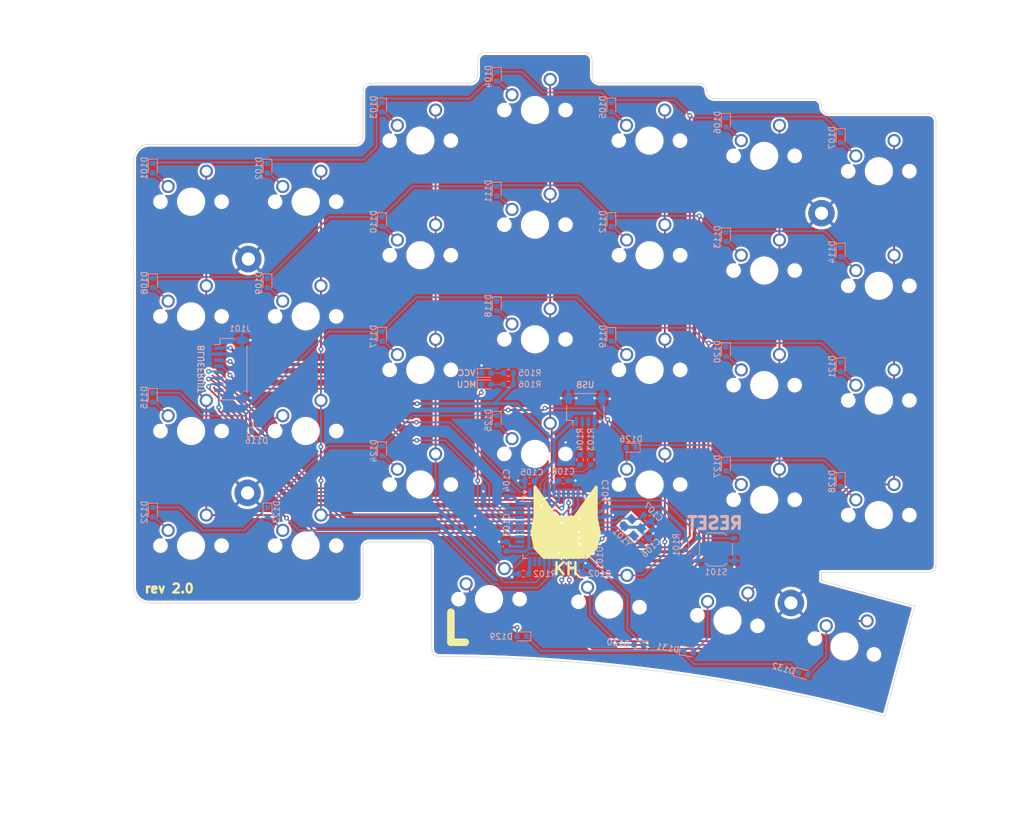
<source format=kicad_pcb>
(kicad_pcb (version 20240108) (generator "pcbnew") (generator_version "8.0")
  (layers (0 "F.Cu" signal) (31 "B.Cu" signal) (34 "B.Paste" user) (35 "F.Paste" user) (36 "B.SilkS" user "B.Silkscreen") (37 "F.SilkS" user "F.Silkscreen") (38 "B.Mask" user) (39 "F.Mask" user) (44 "Edge.Cuts" user))
  (net 0 "")
  (net 1 "GND")
  (net 2 "VCC")
  (net 3 "Net-(U101-XTAL1)")
  (net 4 "Net-(U101-XTAL2)")
  (net 5 "Net-(U101-UCAP)")
  (net 6 "row_4")
  (net 7 "Net-(D101-A)")
  (net 8 "Net-(D102-A)")
  (net 9 "Net-(D103-A)")
  (net 10 "Net-(D104-A)")
  (net 11 "Net-(D105-A)")
  (net 12 "Net-(D106-A)")
  (net 13 "Net-(D107-A)")
  (net 14 "Net-(D108-A)")
  (net 15 "row_0")
  (net 16 "Net-(D109-A)")
  (net 17 "Net-(D110-A)")
  (net 18 "Net-(D111-A)")
  (net 19 "Net-(D112-A)")
  (net 20 "Net-(D113-A)")
  (net 21 "Net-(D114-A)")
  (net 22 "row_1")
  (net 23 "Net-(D115-A)")
  (net 24 "Net-(D116-A)")
  (net 25 "Net-(D117-A)")
  (net 26 "Net-(D118-A)")
  (net 27 "Net-(D119-A)")
  (net 28 "Net-(D120-A)")
  (net 29 "Net-(D121-A)")
  (net 30 "row_2")
  (net 31 "Net-(D122-A)")
  (net 32 "Net-(D123-A)")
  (net 33 "Net-(D124-A)")
  (net 34 "Net-(D125-A)")
  (net 35 "Net-(D126-A)")
  (net 36 "Net-(D127-A)")
  (net 37 "Net-(D128-A)")
  (net 38 "row_3")
  (net 39 "Net-(D129-A)")
  (net 40 "Net-(D130-A)")
  (net 41 "Net-(D131-A)")
  (net 42 "Net-(D132-A)")
  (net 43 "Net-(D133-A)")
  (net 44 "Net-(D134-A)")
  (net 45 "MCU_STATUS")
  (net 46 "MISO")
  (net 47 "BLE_IRQ")
  (net 48 "BLE_RST")
  (net 49 "BLE_CS")
  (net 50 "MOSI")
  (net 51 "SCK")
  (net 52 "USB_DM_EXT")
  (net 53 "USB_DP_EXT")
  (net 54 "Net-(U101-~{RESET})")
  (net 55 "Net-(U101-~{HWB}{slash}PE2)")
  (net 56 "USB_DP")
  (net 57 "USB_DM")
  (net 58 "col_1")
  (net 59 "col_3")
  (net 60 "col_4")
  (net 62 "col_5")
  (net 63 "col_2")
  (net 64 "col_0")
  (net 65 "col_6")
  (footprint "CherryMX_PCB:CherryMX_1.00u_PCB" (layer "F.Cu") (at 111.125 34.925)
    (property "Reference" "SW104")
    (property "Value" "3")
  )
  (footprint "CherryMX_PCB:CherryMX_1.00u_PCB" (layer "F.Cu") (at 143.129 119.767867 -10)
    (property "Reference" "SW131")
    (property "Value" "M2")
  )
  (footprint "CherryMX_PCB:CherryMX_1.00u_PCB" (layer "F.Cu") (at 130.1496 40.005)
    (property "Reference" "SW105")
    (property "Value" "4")
  )
  (footprint "CherryMX_PCB:CherryMX_1.00u_PCB" (layer "F.Cu") (at 73.025 88.265)
    (property "Reference" "SW116")
    (property "Value" "A")
  )
  (footprint "CherryMX_PCB:CherryMX_1.00u_PCB" (layer "F.Cu") (at 53.975 107.315)
    (property "Reference" "SW122")
    (property "Value" "LCTRL")
  )
  (footprint "CherryMX_PCB:CherryMX_1.00u_PCB" (layer "F.Cu") (at 111.125 92.075)
    (property "Reference" "SW125")
    (property "Value" "C")
  )
  (footprint "CherryMX_PCB:CherryMX_1.00u_PCB" (layer "F.Cu") (at 92.075 40.005)
    (property "Reference" "SW103")
    (property "Value" "2")
  )
  (footprint "CherryMX_PCB:CherryMX_1.00u_PCB" (layer "F.Cu") (at 53.975 69.215)
    (property "Reference" "SW108")
    (property "Value" "TAB")
  )
  (footprint "CherryMX_PCB:CherryMX_1.00u_PCB" (layer "F.Cu") (at 111.125 73.025)
    (property "Reference" "SW118")
    (property "Value" "D")
  )
  (footprint "MountingHole:MountingHole_2.2mm_M2_Pad_TopBottom" (layer "F.Cu") (at 153.67 116.84)
    (property "Reference" "H102" (hide yes))
    (property "Value" "MountingHole_Pad")
  )
  (footprint "CherryMX_PCB:CherryMX_1.00u_PCB" (layer "F.Cu") (at 111.125 53.975)
    (property "Reference" "SW111")
    (property "Value" "E")
  )
  (footprint "CherryMX_PCB:CherryMX_1.00u_PCB" (layer "F.Cu") (at 92.075 97.155)
    (property "Reference" "SW124")
    (property "Value" "X")
  )
  (footprint "CherryMX_PCB:CherryMX_1.00u_PCB" (layer "F.Cu") (at 149.225 61.595)
    (property "Reference" "SW113")
    (property "Value" "T")
  )
  (footprint "CherryMX_PCB:CherryMX_1.00u_PCB" (layer "F.Cu") (at 92.075 78.105)
    (property "Reference" "SW117")
    (property "Value" "S")
  )
  (footprint "CherryMX_PCB:CherryMX_1.00u_PCB" (layer "F.Cu") (at 130.175 59.055)
    (property "Reference" "SW112")
    (property "Value" "R")
  )
  (footprint "CherryMX_PCB:CherryMX_1.00u_PCB" (layer "F.Cu") (at 103.505 116.205)
    (property "Reference" "SW129")
    (property "Value" "SUPER")
  )
  (footprint "CherryMX_PCB:CherryMX_1.00u_PCB" (layer "F.Cu") (at 162.56 124.079 -15)
    (property "Reference" "SW132")
    (property "Value" "SPACE")
  )
  (footprint "CherryMX_PCB:CherryMX_1.00u_PCB" (layer "F.Cu") (at 73.025 50.165)
    (property "Reference" "SW102")
    (property "Value" "1")
  )
  (footprint "CherryMX_PCB:CherryMX_1.00u_PCB" (layer "F.Cu") (at 73.025 69.215)
    (property "Reference" "SW109")
    (property "Value" "Q")
  )
  (footprint "CherryMX_PCB:CherryMX_1.00u_PCB" (layer "F.Cu") (at 53.975 88.265)
    (property "Reference" "SW115")
    (property "Value" "LSHIFT")
  )
  (footprint "CherryMX_PCB:CherryMX_1.00u_PCB" (layer "F.Cu") (at 168.275 45.085)
    (property "Reference" "SW107")
    (property "Value" "C1")
  )
  (footprint "CherryMX_PCB:CherryMX_1.00u_PCB" (layer "F.Cu") (at 123.444 117.094 -5)
    (property "Reference" "SW130")
    (property "Value" "M1")
  )
  (footprint "CherryMX_PCB:CherryMX_1.00u_PCB" (layer "F.Cu") (at 149.225 99.695)
    (property "Reference" "SW127")
    (property "Value" "B")
  )
  (footprint "CherryMX_PCB:CherryMX_1.00u_PCB" (layer "F.Cu") (at 92.075 59.055)
    (property "Reference" "SW110")
    (property "Value" "W")
  )
  (footprint "MountingHole:MountingHole_2.2mm_M2_Pad_TopBottom" (layer "F.Cu") (at 63.5 59.69)
    (property "Reference" "H103" (hide yes))
    (property "Value" "MountingHole_Pad")
  )
  (footprint "CherryMX_PCB:CherryMX_1.00u_PCB" (layer "F.Cu") (at 149.225 80.645)
    (property "Reference" "SW120")
    (property "Value" "G")
  )
  (footprint "CherryMX_PCB:CherryMX_1.00u_PCB" (layer "F.Cu") (at 168.275 102.235)
    (property "Reference" "SW128")
    (property "Value" "C4")
  )
  (footprint "MountingHole:MountingHole_2.2mm_M2_Pad_TopBottom" (layer "F.Cu") (at 63.373 98.552)
    (property "Reference" "H104" (hide yes))
    (property "Value" "MountingHole_Pad")
  )
  (footprint "CherryMX_PCB:CherryMX_1.00u_PCB" (layer "F.Cu") (at 130.175 97.155)
    (property "Reference" "SW126")
    (property "Value" "V")
  )
  (footprint "CherryMX_PCB:CherryMX_1.00u_PCB" (layer "F.Cu") (at 130.175 78.105)
    (property "Reference" "SW119")
    (property "Value" "F")
  )
  (footprint "MountingHole:MountingHole_2.2mm_M2_Pad_TopBottom" (layer "F.Cu") (at 158.75 52.07)
    (property "Reference" "H101" (hide yes))
    (property "Value" "MountingHole_Pad")
  )
  (footprint "CherryMX_PCB:CherryMX_1.00u_PCB" (layer "F.Cu") (at 149.225 42.545)
    (property "Reference" "SW106")
    (property "Value" "5")
  )
  (footprint "CherryMX_PCB:CherryMX_1.00u_PCB" (layer "F.Cu") (at 73.025 107.315)
    (property "Reference" "SW123")
    (property "Value" "Z")
  )
  (footprint "CherryMX_PCB:CherryMX_1.00u_PCB" (layer "F.Cu") (at 168.275 64.135)
    (property "Reference" "SW114")
    (property "Value" "C2")
  )
  (footprint "CherryMX_PCB:CherryMX_1.00u_PCB" (layer "F.Cu") (at 53.975 50.165)
    (property "Reference" "SW101")
    (property "Value" "ESC")
  )
  (footprint "CherryMX_PCB:CherryMX_1.00u_PCB" (layer "F.Cu") (at 168.275 83.185)
    (property "Reference" "SW121")
    (property "Value" "C3")
  )
  (footprint "Connector_JST:JST_SH_SM04B-SRSS-TB_1x04-1MP_P1.00mm_Horizontal" (layer "B.Cu") (at 119.507 84.709)
    (property "Reference" "J102" (hide yes))
    (property "Value" "JST-PH")
  )
  (footprint "Diode_SMD:D_0603_1608Metric" (layer "B.Cu") (at 85.7195 72.537 -90)
    (property "Reference" "D117")
    (property "Value" "D")
  )
  (footprint "Diode_SMD:D_0603_1608Metric" (layer "B.Cu") (at 161.925 96.647 -90)
    (property "Reference" "D128")
    (property "Value" "D")
  )
  (footprint "Resistor_SMD:R_0603_1608Metric" (layer "B.Cu") (at 109.22 112.014 180)
    (property "Reference" "R102")
    (property "Value" "10k")
  )
  (footprint "Diode_SMD:D_0603_1608Metric" (layer "B.Cu") (at 104.7695 48.407 -90)
    (property "Reference" "D111")
    (property "Value" "D")
  )
  (footprint "Capacitor_SMD:C_0603_1608Metric" (layer "B.Cu") (at 118.364 112.014)
    (property "Reference" "C102")
    (property "Value" "0.1uF")
  )
  (footprint "Diode_SMD:D_0603_1608Metric" (layer "B.Cu") (at 142.8695 75.077 -90)
    (property "Reference" "D120")
    (property "Value" "D")
  )
  (footprint "Capacitor_SMD:C_0603_1608Metric" (layer "B.Cu") (at 110.236 96.52 180)
    (property "Reference" "C105")
    (property "Value" "4.7uF")
  )
  (footprint "Diode_SMD:D_0603_1608Metric" (layer "B.Cu") (at 142.875 94.107 -90)
    (property "Reference" "D127")
    (property "Value" "D")
  )
  (footprint "Diode_SMD:D_0603_1608Metric" (layer "B.Cu") (at 85.7195 34.437 -90)
    (property "Reference" "D103")
    (property "Value" "D")
  )
  (footprint "Diode_SMD:D_0603_1608Metric" (layer "B.Cu") (at 161.9195 39.517 -90)
    (property "Reference" "D107")
    (property "Value" "D")
  )
  (footprint "Diode_SMD:D_0603_1608Metric" (layer "B.Cu") (at 108.946 122.408 180)
    (property "Reference" "D129")
    (property "Value" "D")
  )
  (footprint "Diode_SMD:D_0603_1608Metric" (layer "B.Cu") (at 66.6695 63.647 -90)
    (property "Reference" "D109")
    (property "Value" "D")
  )
  (footprint "Capacitor_SMD:C_0603_1608Metric" (layer "B.Cu") (at 106.426 107.442 90)
    (property "Reference" "C103")
    (property "Value" "0.1uF")
  )
  (footprint "Diode_SMD:D_0603_1608Metric" (layer "B.Cu") (at 47.6195 82.697 -90)
    (property "Reference" "D115")
    (property "Value" "D")
  )
  (footprint "Diode_SMD:D_0603_1608Metric" (layer "B.Cu") (at 47.645 63.647 -90)
    (property "Reference" "D108")
    (property "Value" "D")
  )
  (footprint "Diode_SMD:D_0603_1608Metric" (layer "B.Cu") (at 66.6695 44.597 -90)
    (property "Reference" "D102")
    (property "Value" "D")
  )
  (footprint "Diode_SMD:D_0603_1608Metric" (layer "B.Cu") (at 161.925 58.547 -90)
    (property "Reference" "D114")
    (property "Value" "D")
  )
  (footprint "Diode_SMD:D_0603_1608Metric" (layer "B.Cu") (at 85.7195 53.487 -90)
    (property "Reference" "D110")
    (property "Value" "D")
  )
  (footprint "Package_QFP:TQFP-44_10x10mm_P0.8mm" (layer "B.Cu") (at 114.3 104.267 -90)
    (property "Reference" "U101")
    (property "Value" "ATmega32U4")
  )
  (footprint "Diode_SMD:D_0603_1608Metric" (layer "B.Cu") (at 66.675 101.727 -90)
    (property "Reference" "D123")
    (property "Value" "D")
  )
  (footprint "Crystal:Crystal_SMD_Abracon_ABM8G-4Pin_3.2x2.5mm" (layer "B.Cu") (at 127.381 104.267 135)
    (property "Reference" "Y101")
    (property "Value" "16 MHz")
  )
  (footprint "Diode_SMD:D_0603_1608Metric" (layer "B.Cu") (at 85.725 91.567 -90)
    (property "Reference" "D124")
    (property "Value" "D")
  )
  (footprint "Resistor_SMD:R_0603_1608Metric" (layer "B.Cu") (at 106.7308 78.613 180)
    (property "Reference" "R105")
    (property "Value" "1k")
  )
  (footprint "Capacitor_SMD:C_0603_1608Metric" (layer "B.Cu") (at 129.413 106.68 45)
    (property "Reference" "C106")
    (property "Value" "22pF")
  )
  (footprint "LED_SMD:LED_0603_1608Metric" (layer "B.Cu") (at 103.0478 80.518)
    (property "Reference" "D134" (hide yes))
    (property "Value" "GREEN")
  )
  (footprint "Diode_SMD:D_0603_1608Metric" (layer "B.Cu") (at 104.775 86.487 -90)
    (property "Reference" "D125")
    (property "Value" "D")
  )
  (footprint "Diode_SMD:D_0603_1608Metric" (layer "B.Cu") (at 104.795 29.357 -90)
    (property "Reference" "D104")
    (property "Value" "D")
  )
  (footprint "Diode_SMD:D_0603_1608Metric" (layer "B.Cu") (at 123.8195 72.537 -90)
    (property "Reference" "D119")
    (property "Value" "D")
  )
  (footprint "Button_Switch_SMD:SW_Push_1P1T_XKB_TS-1187A" (layer "B.Cu") (at 141.224 107.95)
    (property "Reference" "S101")
    (property "Value" "reset_sw")
  )
  (footprint "Connector_JST:JST_SH_SM08B-SRSS-TB_1x08-1MP_P1.00mm_Horizontal" (layer "B.Cu") (at 60.579 77.978 -90)
    (property "Reference" "J101")
    (property "Value" "Bluefruit LE")
  )
  (footprint "Diode_SMD:D_0603_1608Metric" (layer "B.Cu") (at 136.652 124.968 -10)
    (property "Reference" "D131")
    (property "Value" "D")
  )
  (footprint "Diode_SMD:D_0603_1608Metric" (layer "B.Cu") (at 155.702 128.651 -15)
    (property "Reference" "D132")
    (property "Value" "D")
  )
  (footprint "Diode_SMD:D_0603_1608Metric" (layer "B.Cu") (at 123.8195 53.487 -90)
    (property "Reference" "D112")
    (property "Value" "D")
  )
  (footprint "Diode_SMD:D_0603_1608Metric" (layer "B.Cu") (at 128.397 123.825 175)
    (property "Reference" "D130")
    (property "Value" "D")
  )
  (footprint "Resistor_SMD:R_0603_1608Metric" (layer "B.Cu") (at 136.144 107.188 -90)
    (property "Reference" "R101")
    (property "Value" "10k")
  )
  (footprint "Diode_SMD:D_0603_1608Metric" (layer "B.Cu") (at 64.8716 88.4428)
    (property "Reference" "D116")
    (property "Value" "D")
  )
  (footprint "Diode_SMD:D_0603_1608Metric" (layer "B.Cu") (at 123.8195 34.437 -90)
    (property "Reference" "D105")
    (property "Value" "D")
  )
  (footprint "Capacitor_SMD:C_0603_1608Metric" (layer "B.Cu") (at 122.809 101.6 -90)
    (property "Reference" "C101")
    (property "Value" "0.1uF")
  )
  (footprint "Diode_SMD:D_0603_1608Metric" (layer "B.Cu") (at 47.645 101.747 -90)
    (property "Reference" "D122")
    (property "Value" "D")
  )
  (footprint "Diode_SMD:D_0603_1608Metric" (layer "B.Cu") (at 127.107 91.039 180)
    (property "Reference" "D126")
    (property "Value" "D")
  )
  (footprint "Diode_SMD:D_0603_1608Metric" (layer "B.Cu") (at 142.875 56.007 -90)
    (property "Reference" "D113")
    (property "Value" "D")
  )
  (footprint "Resistor_SMD:R_0603_1608Metric" (layer "B.Cu") (at 106.7308 80.518 180)
    (property "Reference" "R106")
    (property "Value" "1k")
  )
  (footprint "Capacitor_SMD:C_0603_1608Metric" (layer "B.Cu") (at 106.426 99.949 -90)
    (property "Reference" "C104")
    (property "Value" "0.1uF")
  )
  (footprint "Capacitor_SMD:C_0603_1608Metric" (layer "B.Cu") (at 115.824 96.52)
    (property "Reference" "C108")
    (property "Value" "1uF")
  )
  (footprint "Resistor_SMD:R_0603_1608Metric" (layer "B.Cu") (at 120.396 93.028 -90)
    (property "Reference" "R103")
    (property "Value" "22")
  )
  (footprint "Resistor_SMD:R_0603_1608Metric" (layer "B.Cu") (at 118.618 93.028 -90)
    (property "Reference" "R104")
    (property "Value" "22")
  )
  (footprint "Capacitor_SMD:C_0603_1608Metric" (layer "B.Cu") (at 129.794 102.743 -45)
    (property "Reference" "C107")
    (property "Value" "22pF")
  )
  (footprint "Diode_SMD:D_0603_1608Metric" (layer "B.Cu") (at 104.795 67.457 -90)
    (property "Reference" "D118")
    (property "Value" "D")
  )
  (footprint "Diode_SMD:D_0603_1608Metric" (layer "B.Cu") (at 161.925 77.597 -90)
    (property "Reference" "D121")
    (property "Value" "D")
  )
  (footprint "LED_SMD:LED_0603_1608Metric" (layer "B.Cu") (at 103.0478 78.613)
    (property "Reference" "D133" (hide yes))
    (property "Value" "GREEN")
  )
  (footprint "Diode_SMD:D_0603_1608Metric" (layer "B.Cu") (at 47.625 44.577 -90)
    (property "Reference" "D101")
    (property "Value" "D")
  )
  (footprint "Diode_SMD:D_0603_1608Metric" (layer "B.Cu") (at 142.8695 36.977 -90)
    (property "Reference" "D106")
    (property "Value" "D")
  )
  (gr_poly (pts (xy 114.6556 102.616) (xy 111.1504 97.5868) (xy 111.1504 102.5652) (xy 110.6424 105.2068) (xy 111.1504 107.696) (xy 112.6236 109.2708) (xy 119.7356 109.2708) (xy 121.2596 107.7468) (xy 121.8184 105.2068) (xy 121.3104 102.6668) (xy 121.3104 97.5868) (xy 117.7036 102.616)) (stroke (width 0.5)) (fill solid) (layer "F.SilkS"))
  (gr_arc (start 82.55 31.75) (mid 82.921951 30.851945) (end 83.82 30.48) (stroke (width 0.1)) (layer "Edge.Cuts"))
  (gr_line (start 174.234974 117.348) (end 169.278434 135.649204) (stroke (width 0.1)) (layer "Edge.Cuts"))
  (gr_line (start 176.520974 35.56) (end 160.010974 35.56) (stroke (width 0.1)) (layer "Edge.Cuts"))
  (gr_line (start 138.420974 30.48) (end 121.910974 30.48) (stroke (width 0.1)) (layer "Edge.Cuts"))
  (gr_arc (start 82.540974 115.316) (mid 82.094616 116.393657) (end 81.016974 116.84) (stroke (width 0.1)) (layer "Edge.Cuts"))
  (gr_line (start 157.470974 33.02) (end 140.960974 33.02) (stroke (width 0.1)) (layer "Edge.Cuts"))
  (gr_line (start 83.82 30.48) (end 100.33 30.48) (stroke (width 0.1)) (layer "Edge.Cuts"))
  (gr_line (start 120.65 29.21) (end 120.65 26.67) (stroke (width 0.1)) (layer "Edge.Cuts"))
  (gr_line (start 102.87 25.4) (end 119.38 25.4) (stroke (width 0.1)) (layer "Edge.Cuts"))
  (gr_line (start 158.740974 111.76) (end 158.740974 113.157) (stroke (width 0.1)) (layer "Edge.Cuts"))
  (gr_arc (start 95.240974 125.730001) (mid 94.342948 125.358026) (end 93.970973 124.46) (stroke (width 0.1)) (layer "Edge.Cuts"))
  (gr_arc (start 140.960974 33.02) (mid 140.062948 32.648026) (end 139.690974 31.75) (stroke (width 0.1)) (layer "Edge.Cuts"))
  (gr_line (start 93.970973 124.46) (end 93.970974 107.696) (stroke (width 0.1)) (layer "Edge.Cuts"))
  (gr_line (start 158.740974 111.76) (end 176.520974 111.76) (stroke (width 0.1)) (layer "Edge.Cuts"))
  (gr_arc (start 95.240974 125.730001) (mid 132.579765 128.301327) (end 169.279152 135.646527) (stroke (width 0.1)) (layer "Edge.Cuts"))
  (gr_line (start 101.6 29.21) (end 101.6 26.67) (stroke (width 0.1)) (layer "Edge.Cuts"))
  (gr_line (start 174.234974 117.348) (end 158.740974 113.157) (stroke (width 0.1)) (layer "Edge.Cuts"))
  (gr_line (start 81.016974 116.84) (end 46.980974 116.84) (stroke (width 0.1)) (layer "Edge.Cuts"))
  (gr_arc (start 82.55 39.37) (mid 82.178003 40.267996) (end 81.28 40.64) (stroke (width 0.1)) (layer "Edge.Cuts"))
  (gr_arc (start 176.520974 35.56) (mid 177.419 35.931974) (end 177.790974 36.83) (stroke (width 0.1)) (layer "Edge.Cuts"))
  (gr_line (start 82.55 39.37) (end 82.55 31.75) (stroke (width 0.1)) (layer "Edge.Cuts"))
  (gr_arc (start 101.6 29.21) (mid 101.228012 30.108012) (end 100.33 30.48) (stroke (width 0.1)) (layer "Edge.Cuts"))
  (gr_arc (start 82.540974 107.696) (mid 82.838564 106.977606) (end 83.556974 106.68) (stroke (width 0.1)) (layer "Edge.Cuts"))
  (gr_line (start 82.540974 107.696) (end 82.540974 115.316) (stroke (width 0.1)) (layer "Edge.Cuts"))
  (gr_arc (start 92.954974 106.68) (mid 93.673394 106.97758) (end 93.970974 107.696) (stroke (width 0.1)) (layer "Edge.Cuts"))
  (gr_line (start 92.954974 106.68) (end 83.556974 106.68) (stroke (width 0.1)) (layer "Edge.Cuts"))
  (gr_arc (start 160.010974 35.56) (mid 159.112948 35.188026) (end 158.740974 34.29) (stroke (width 0.1)) (layer "Edge.Cuts"))
  (gr_arc (start 119.38 25.4) (mid 120.278031 25.771969) (end 120.65 26.67) (stroke (width 0.1)) (layer "Edge.Cuts"))
  (gr_line (start 177.790974 110.49) (end 177.790974 36.83) (stroke (width 0.1)) (layer "Edge.Cuts"))
  (gr_line (start 46.99 40.64) (end 81.28 40.64) (stroke (width 0.1)) (layer "Edge.Cuts"))
  (gr_arc (start 46.980974 116.84) (mid 45.184924 116.09605) (end 44.440974 114.3) (stroke (width 0.1)) (layer "Edge.Cuts"))
  (gr_arc (start 157.470974 33.02) (mid 158.369 33.391974) (end 158.740974 34.29) (stroke (width 0.1)) (layer "Edge.Cuts"))
  (gr_arc (start 138.420974 30.48) (mid 139.319 30.851974) (end 139.690974 31.75) (stroke (width 0.1)) (layer "Edge.Cuts"))
  (gr_arc (start 101.6 26.67) (mid 101.971962 25.771962) (end 102.87 25.4) (stroke (width 0.1)) (layer "Edge.Cuts"))
  (gr_arc (start 44.45 43.18) (mid 45.193926 41.383919) (end 46.99 40.64) (stroke (width 0.1)) (layer "Edge.Cuts"))
  (gr_arc (start 177.790974 110.49) (mid 177.419 111.388026) (end 176.520974 111.76) (stroke (width 0.1)) (layer "Edge.Cuts"))
  (gr_arc (start 121.910974 30.48) (mid 121.018772 30.104846) (end 120.649968 29.21) (stroke (width 0.1)) (layer "Edge.Cuts"))
  (gr_line (start 44.440974 114.3) (end 44.45 43.18) (stroke (width 0.1)) (layer "Edge.Cuts"))
  (gr_text "BLUEFRUIT" (at 56.2428 77.9272 90) (layer "B.SilkS") (effects (font (size 1 1) (thickness 0.2) (bold yes)) (justify bottom mirror)))
  (gr_text "VCC" (at 101.346 79.1972 0) (layer "B.SilkS") (effects (font (size 1 1) (thickness 0.2) (bold yes)) (justify left bottom mirror)))
  (gr_text "RESET" (at 145.8976 104.7496 0) (layer "B.SilkS") (effects (font (size 2 2) (thickness 0.5) (bold yes)) (justify left bottom mirror)))
  (gr_text "USB" (at 119.4816 81.1784 0) (layer "B.SilkS") (effects (font (size 1 1) (thickness 0.2) (bold yes)) (justify bottom mirror)))
  (gr_text "MCU" (at 101.4984 81.1276 0) (layer "B.SilkS") (effects (font (size 1 1) (thickness 0.2) (bold yes)) (justify left bottom mirror)))
  (gr_text "rev 2.0" (at 50.3428 115.316 0) (layer "F.SilkS") (effects (font (size 1.5 1.5) (thickness 0.375) (bold yes)) (justify bottom)))
  (gr_text "KH" (at 116.2812 112.3188 0) (layer "F.SilkS") (effects (font (size 2 2) (thickness 0.4) (bold yes)) (justify bottom)))
  (gr_text "L" (at 95.1484 124.0536 0) (layer "F.SilkS") (effects (font (size 5 5) (thickness 1.25) (bold yes)) (justify left bottom)))
  (via (at 108.331 96.52) (size 0.8) (drill 0.4) (layers "F.Cu" "B.Cu") (net 1))
  (via (at 119.5324 110.236) (size 0.8) (drill 0.4) (layers "F.Cu" "B.Cu") (net 1))
  (via (at 63.9064 82.778) (size 0.8) (drill 0.4) (layers "F.Cu" "B.Cu") (net 1))
  (via (at 130.81 105.283) (size 0.8) (drill 0.4) (layers "F.Cu" "B.Cu") (net 1))
  (via (at 115.443 82.804) (size 0.8) (drill 0.4) (layers "F.Cu" "B.Cu") (net 1))
  (via (at 102.2604 77.3684) (size 0.8) (drill 0.4) (layers "F.Cu" "B.Cu") (net 1))
  (via (at 102.5652 98.298) (size 0.8) (drill 0.4) (layers "F.Cu" "B.Cu") (net 1))
  (via (at 101.1936 102.362) (size 0.8) (drill 0.4) (layers "F.Cu" "B.Cu") (net 1))
  (via (at 118.533241 102.886841) (size 0.8) (drill 0.4) (layers "F.Cu" "B.Cu") (net 1))
  (via (at 121.92 86.741) (size 0.8) (drill 0.4) (layers "F.Cu" "B.Cu") (net 1))
  (via (at 116.2304 90.17) (size 0.8) (drill 0.4) (layers "F.Cu" "B.Cu") (net 1))
  (via (at 63.8556 73.178) (size 0.8) (drill 0.4) (layers "F.Cu" "B.Cu") (net 1))
  (via (at 117.983 82.804) (size 0.8) (drill 0.4) (layers "F.Cu" "B.Cu") (net 1))
  (via (at 117.856 96.52) (size 0.8) (drill 0.4) (layers "F.Cu" "B.Cu") (net 1))
  (via (at 112.1664 100.6856) (size 0.8) (drill 0.4) (layers "F.Cu" "B.Cu") (net 1))
  (via (at 101.1936 104.2416) (size 0.8) (drill 0.4) (layers "F.Cu" "B.Cu") (net 1))
  (via (at 123.571 82.931) (size 0.8) (drill 0.4) (layers "F.Cu" "B.Cu") (net 1))
  (via (at 144.272 110.871) (size 0.8) (drill 0.4) (layers "F.Cu" "B.Cu") (net 1))
  (via (at 105.156 106.68) (size 0.8) (drill 0.4) (layers "F.Cu" "B.Cu") (net 1))
  (via (at 105.2576 100.6856) (size 0.8) (drill 0.4) (layers "F.Cu" "B.Cu") (net 1))
  (via (at 121.031 85.344) (size 0.8) (drill 0.4) (layers "F.Cu" "B.Cu") (net 1))
  (via (at 124.1044 102.2096) (size 0.8) (drill 0.4) (layers "F.Cu" "B.Cu") (net 1))
  (via (at 121.031 82.804) (size 0.8) (drill 0.4) (layers "F.Cu" "B.Cu") (net 1))
  (via (at 131.191 104.14) (size 0.8) (drill 0.4) (layers "F.Cu" "B.Cu") (net 1))
  (via (at 138.176 110.871) (size 0.8) (drill 0.4) (layers "F.Cu" "B.Cu") (net 1))
  (via (at 107.315 112.522) (size 0.8) (drill 0.4) (layers "F.Cu" "B.Cu") (net 1))
  (segment (start 118.3 109.967) (end 119.2634 109.967) (width 0.5) (layer "B.Cu") (net 1))
  (segment (start 105.296 100.724) (end 105.2576 100.6856) (width 0.5) (layer "B.Cu") (net 1))
  (segment (start 119.2634 109.967) (end 119.5324 110.236) (width 0.5) (layer "B.Cu") (net 1))
  (segment (start 112.6822 100.6348) (end 112.2172 100.6348) (width 0.5) (layer "B.Cu") (net 1))
  (segment (start 115.473 82.834) (end 115.443 82.804) (width 0.5) (layer "B.Cu") (net 1))
  (segment (start 129.912627 103.291008) (end 128.759858 104.443777) (width 0.5) (layer "B.Cu") (net 1))
  (segment (start 126.002142 104.090223) (end 126.1693 104.257381) (width 0.5) (layer "B.Cu") (net 1))
  (segment (start 128.573462 104.257381) (end 128.759858 104.443777) (width 0.5) (layer "B.Cu") (net 1))
  (segment (start 116.707 82.834) (end 115.473 82.834) (width 0.5) (layer "B.Cu") (net 1))
  (segment (start 116.599 96.52) (end 117.856 96.52) (width 0.5) (layer "B.Cu") (net 1))
  (segment (start 63.8556 73.178) (end 62.454 73.178) (width 0.5) (layer "B.Cu") (net 1))
  (segment (start 118.3 111.175) (end 119.139 112.014) (width 0.5) (layer "B.Cu") (net 1))
  (segment (start 123.939 102.375) (end 124.1044 102.2096) (width 0.5) (layer "B.Cu") (net 1))
  (segment (start 121.007 86.709) (end 121.007 85.368) (width 0.5) (layer "B.Cu") (net 1))
  (segment (start 129.961008 106.131992) (end 130.81 105.283) (width 0.5) (layer "B.Cu") (net 1))
  (segment (start 107.226 107.467) (end 108.6 107.467) (width 0.5) (layer "B.Cu") (net 1))
  (segment (start 116.707 82.834) (end 117.953 82.834) (width 0.5) (layer "B.Cu") (net 1))
  (segment (start 122.307 82.834) (end 123.474 82.834) (width 0.5) (layer "B.Cu") (net 1))
  (segment (start 120 102.667) (end 122.517 102.667) (width 0.5) (layer "B.Cu") (net 1))
  (segment (start 130.342008 103.291008) (end 131.191 104.14) (width 0.5) (layer "B.Cu") (net 1))
  (segment (start 102.2603 77.3685) (end 102.2604 77.3684) (width 0.5) (layer "B.Cu") (net 1))
  (segment (start 105.169 106.667) (end 105.156 106.68) (width 0.5) (layer "B.Cu") (net 1))
  (segment (start 123.474 82.834) (end 123.571 82.931) (width 0.5) (layer "B.Cu") (net 1))
  (segment (start 122.809 102.375) (end 123.939 102.375) (width 0.5) (layer "B.Cu") (net 1))
  (segment (start 112.2172 100.6348) (end 112.1664 100.6856) (width 0.5) (layer "B.Cu") (net 1))
  (segment (start 138.224 109.825) (end 138.224 110.823) (width 0.5) (layer "B.Cu") (net 1))
  (segment (start 106.426 100.724) (end 106.769 101.067) (width 0.5) (layer "B.Cu") (net 1))
  (segment (start 138.224 110.823) (end 138.176 110.871) (width 0.5) (layer "B.Cu") (net 1))
  (segment (start 122.517 102.667) (end 122.809 102.375) (width 0.5) (layer "B.Cu") (net 1))
  (segment (start 118.753082 102.667) (end 118.533241 102.886841) (width 0.5) (layer "B.Cu") (net 1))
  (segment (start 113.5 98.567) (end 113.5 99.817) (width 0.5) (layer "B.Cu") (net 1))
  (segment (start 63.9064 82.778) (end 62.454 82.778) (width 0.5) (layer "B.Cu") (net 1))
  (segment (start 106.769 101.067) (end 108.6 101.067) (width 0.5) (layer "B.Cu") (net 1))
  (segment (start 144.224 109.825) (end 144.224 110.823) (width 0.5) (layer "B.Cu") (net 1))
  (segment (start 106.426 106.667) (end 107.226 107.467) (width 0.5) (layer "B.Cu") (net 1))
  (segment (start 108.395 112.014) (end 107.823 112.014) (width 0.5) (layer "B.Cu") (net 1))
  (segment (start 117.953 82.834) (end 117.983 82.804) (width 0.5) (layer "B.Cu") (net 1))
  (segment (start 122.307 82.834) (end 121.061 82.834) (width 0.5) (layer "B.Cu") (net 1))
  (segment (start 121.007 85.368) (end 121.031 85.344) (width 0.5) (layer "B.Cu") (net 1))
  (segment (start 128.759858 104.930842) (end 129.961008 106.131992) (width 0.5) (layer "B.Cu") (net 1))
  (segment (start 121.061 82.834) (end 121.031 82.804) (width 0.5) (layer "B.Cu") (net 1))
  (segment (start 106.426 100.724) (end 105.296 100.724) (width 0.5) (layer "B.Cu") (net 1))
  (segment (start 126.1693 104.257381) (end 128.573462 104.257381) (width 0.5) (layer "B.Cu") (net 1))
  (segment (start 144.224 110.823) (end 144.272 110.871) (width 0.5) (layer "B.Cu") (net 1))
  (segment (start 121.007 86.709) (end 121.888 86.709) (width 0.5) (layer "B.Cu") (net 1))
  (segment (start 107.823 112.014) (end 107.315 112.522) (width 0.5) (layer "B.Cu") (net 1))
  (segment (start 102.2603 78.613) (end 102.2603 77.3685) (width 0.5) (layer "B.Cu") (net 1))
  (segment (start 109.461 96.52) (end 108.331 96.52) (width 0.5) (layer "B.Cu") (net 1))
  (segment (start 121.888 86.709) (end 121.92 86.741) (width 0.5) (layer "B.Cu") (net 1))
  (segment (start 130.342008 103.291008) (end 129.912627 103.291008) (width 0.5) (layer "B.Cu") (net 1))
  (segment (start 113.5 99.817) (end 112.6822 100.6348) (width 0.5) (layer "B.Cu") (net 1))
  (segment (start 120 102.667) (end 118.753082 102.667) (width 0.5) (layer "B.Cu") (net 1))
  (segment (start 128.759858 104.443777) (end 128.759858 104.930842) (width 0.5) (layer "B.Cu") (net 1))
  (segment (start 118.3 109.967) (end 118.3 111.175) (width 0.5) (layer "B.Cu") (net 1))
  (segment (start 106.426 106.667) (end 105.169 106.667) (width 0.5) (layer "B.Cu") (net 1))
  (segment (start 83.2612 77.216) (end 89.7636 83.7184) (width 0.5) (layer "F.Cu") (net 2))
  (segment (start 89.7636 83.7184) (end 91.5416 83.7184) (width 0.5) (layer "F.Cu") (net 2))
  (segment (start 60.5536 74.4728) (end 63.2968 77.216) (width 0.5) (layer "F.Cu") (net 2))
  (segment (start 63.2968 77.216) (end 83.2612 77.216) (width 0.5) (layer "F.Cu") (net 2))
  (segment (start 60.5028 74.4728) (end 60.5536 74.4728) (width 0.5) (layer "F.Cu") (net 2))
  (via (at 91.5416 83.7184) (size 0.8) (drill 0.4) (layers "F.Cu" "B.Cu") (net 2))
  (via (at 60.5028 74.4728) (size 0.8) (drill 0.4) (layers "F.Cu" "B.Cu") (net 2))
  (segment (start 117.5 109.967) (end 117.5 111.925) (width 0.5) (layer "B.Cu") (net 2))
  (segment (start 110.525 100.267) (end 111.1 99.692) (width 0.5) (layer "B.Cu") (net 2))
  (segment (start 108.1532 83.7184) (end 114.2238 89.789) (width 0.5) (layer "B.Cu") (net 2))
  (segment (start 115.1 99.692) (end 110.144 104.648) (width 0.5) (layer "B.Cu") (net 2))
  (segment (start 108.6 100.267) (end 109.725 100.267) (width 0.5) (layer "B.Cu") (net 2))
  (segment (start 115.1 98.567) (end 115.1 99.692) (width 0.5) (layer "B.Cu") (net 2))
  (segment (start 111.011 96.52) (end 112.5285 95.0025) (width 0.5) (layer "B.Cu") (net 2))
  (segment (start 117.3988 102.8192) (end 118.351 101.867) (width 0.5) (layer "B.Cu") (net 2))
  (segment (start 120 101.867) (end 121.767 101.867) (width 0.5) (layer "B.Cu") (net 2))
  (segment (start 118.351 101.867) (end 120 101.867) (width 0.5) (layer "B.Cu") (net 2))
  (segment (start 112.5285 95.0025) (end 114.3 93.231) (width 0.5) (layer "B.Cu") (net 2))
  (segment (start 106.426 99.174) (end 107.507 99.174) (width 0.5) (layer "B.Cu") (net 2))
  (segment (start 108.55 108.217) (end 108.6 108.267) (width 0.5) (layer "B.Cu") (net 2))
  (segment (start 122.809 100.825) (end 122.822 100.838) (width 0.5) (layer "B.Cu") (net 2))
  (segment (start 111.1 99.692) (end 111.1 98.567) (width 0.5) (layer "B.Cu") (net 2))
  (segment (start 111.1 98.567) (end 111.1 96.609) (width 0.5) (layer "B.Cu") (net 2))
  (segment (start 110.144 104.648) (end 110.109 104.648) (width 0.5) (layer "B.Cu") (net 2))
  (segment (start 112.423 95.108) (end 114.3 93.231) (width 0.5) (layer "B.Cu") (net 2))
  (segment (start 107.5558 80.518) (end 107.5558 78.613) (width 0.5) (layer "B.Cu") (net 2))
  (segment (start 60.4976 74.478) (end 58.579 74.478) (width 0.5) (layer "B.Cu") (net 2))
  (segment (start 60.5028 74.4728) (end 60.4976 74.478) (width 0.5) (layer "B.Cu") (net 2))
  (segment (start 111.1 96.609) (end 111.011 96.52) (width 0.5) (layer "B.Cu") (net 2))
  (segment (start 109.538 108.267) (end 110.109 107.696) (width 0.5) (layer "B.Cu") (net 2))
  (segment (start 121.767 101.867) (end 122.809 100.825) (width 0.5) (layer "B.Cu") (net 2))
  (segment (start 132.08 100.838) (end 136.144 104.902) (width 0.5) (layer "B.Cu") (net 2))
  (segment (start 106.426 108.217) (end 108.55 108.217) (width 0.5) (layer "B.Cu") (net 2))
  (segment (start 122.822 100.838) (end 132.08 100.838) (width 0.5) (layer "B.Cu") (net 2))
  (segment (start 114.2238 89.789) (end 114.3 89.789) (width 0.5) (layer "B.Cu") (net 2))
  (segment (start 114.3 89.789) (end 114.3 93.231) (width 0.5) (layer "B.Cu") (net 2))
  (segment (start 91.5416 83.7184) (end 104.3554 83.7184) (width 0.5) (layer "B.Cu") (net 2))
  (segment (start 112.423 95.108) (end 112.5285 95.0025) (width 0.5) (layer "B.Cu") (net 2))
  (segment (start 110.109 100.651) (end 110.109 107.696) (width 0.5) (layer "B.Cu") (net 2))
  (segment (start 117.5 108.842) (end 117.3988 108.7408) (width 0.5) (layer "B.Cu") (net 2))
  (segment (start 107.507 99.174) (end 108.6 100.267) (width 0.5) (layer "B.Cu") (net 2))
  (segment (start 117.5 111.925) (end 117.589 112.014) (width 0.5) (layer "B.Cu") (net 2))
  (segment (start 117.3988 108.7408) (end 117.3988 102.8192) (width 0.5) (layer "B.Cu") (net 2))
  (segment (start 118.007 86.709) (end 117.38 86.709) (width 0.5) (layer "B.Cu") (net 2))
  (segment (start 117.38 86.709) (end 114.3 89.789) (width 0.5) (layer "B.Cu") (net 2))
  (segment (start 108.6 100.267) (end 110.525 100.267) (width 0.5) (layer "B.Cu") (net 2))
  (segment (start 136.144 104.902) (end 136.144 106.363) (width 0.5) (layer "B.Cu") (net 2))
  (segment (start 117.5 108.842) (end 117.5 109.967) (width 0.5) (layer "B.Cu") (net 2))
  (segment (start 116.354 107.696) (end 117.5 108.842) (width 0.5) (layer "B.Cu") (net 2))
  (segment (start 108.6 108.267) (end 109.538 108.267) (width 0.5) (layer "B.Cu") (net 2))
  (segment (start 104.3554 83.7184) (end 108.1532 83.7184) (width 0.5) (layer "B.Cu") (net 2))
  (segment (start 104.3554 83.7184) (end 107.5558 80.518) (width 0.5) (layer "B.Cu") (net 2))
  (segment (start 109.725 100.267) (end 110.109 100.651) (width 0.5) (layer "B.Cu") (net 2))
  (segment (start 110.109 107.696) (end 116.354 107.696) (width 0.5) (layer "B.Cu") (net 2))
  (segment (start 127.557777 105.920793) (end 128.864992 107.228008) (width 0.3) (layer "B.Cu") (net 3))
  (segment (start 124.46 104.267) (end 125.838858 105.645858) (width 0.3) (layer "B.Cu") (net 3))
  (segment (start 125.838858 105.645858) (end 127.557777 105.645858) (width 0.3) (layer "B.Cu") (net 3))
  (segment (start 127.557777 105.645858) (end 127.557777 105.920793) (width 0.3) (layer "B.Cu") (net 3))
  (segment (start 120 104.267) (end 124.46 104.267) (width 0.3) (layer "B.Cu") (net 3))
  (segment (start 128.552842 102.888142) (end 129.245992 102.194992) (width 0.3) (layer "B.Cu") (net 4))
  (segment (start 120 103.467) (end 124.625 103.467) (width 0.3) (layer "B.Cu") (net 4))
  (segment (start 124.625 103.467) (end 125.271016 102.820984) (width 0.3) (layer "B.Cu") (net 4))
  (segment (start 127.137065 102.820984) (end 127.204223 102.888142) (width 0.3) (layer "B.Cu") (net 4))
  (segment (start 127.010065 103.328984) (end 127.077223 103.396142) (width 0.3) (layer "B.Cu") (net 4))
  (segment (start 125.271016 102.820984) (end 127.137065 102.820984) (width 0.3) (layer "B.Cu") (net 4))
  (segment (start 127.204223 102.888142) (end 128.552842 102.888142) (width 0.3) (layer "B.Cu") (net 4))
  (segment (start 114.3 98.567) (end 114.3 97.269) (width 0.5) (layer "B.Cu") (net 5))
  (segment (start 114.3 97.269) (end 115.049 96.52) (width 0.5) (layer "B.Cu") (net 5))
  (segment (start 135.876464 125.313579) (end 135.876464 124.831252) (width 0.3) (layer "B.Cu") (net 6))
  (segment (start 126.492 121.204132) (end 126.492 115.697) (width 0.3) (layer "B.Cu") (net 6))
  (segment (start 130.032348 124.8156) (end 130.048 124.831252) (width 0.3) (layer "B.Cu") (net 6))
  (segment (start 129.181503 123.893635) (end 126.492 121.204132) (width 0.3) (layer "B.Cu") (net 6))
  (segment (start 153.494153 127) (end 137.562885 127) (width 0.3) (layer "B.Cu") (net 6))
  (segment (start 154.941333 128.44718) (end 153.494153 127) (width 0.3) (layer "B.Cu") (net 6))
  (segment (start 120 109.205) (end 120 108.267) (width 0.3) (layer "B.Cu") (net 6))
  (segment (start 129.181503 123.893635) (end 129.181503 123.964755) (width 0.3) (layer "B.Cu") (net 6))
  (segment (start 126.492 115.697) (end 120 109.205) (width 0.3) (layer "B.Cu") (net 6))
  (segment (start 130.048 124.831252) (end 135.876464 124.831252) (width 0.3) (layer "B.Cu") (net 6))
  (segment (start 109.7335 122.408) (end 112.1411 124.8156) (width 0.3) (layer "B.Cu") (net 6))
  (segment (start 129.181503 123.964755) (end 130.048 124.831252) (width 0.3) (layer "B.Cu") (net 6))
  (segment (start 112.1411 124.8156) (end 130.032348 124.8156) (width 0.3) (layer "B.Cu") (net 6))
  (segment (start 137.562885 127) (end 135.876464 125.313579) (width 0.3) (layer "B.Cu") (net 6))
  (segment (start 47.9045 45.3645) (end 47.625 45.3645) (width 0.3) (layer "B.Cu") (net 7))
  (segment (start 50.165 47.625) (end 47.9045 45.3645) (width 0.3) (layer "B.Cu") (net 7))
  (segment (start 66.9745 45.3845) (end 66.6695 45.3845) (width 0.3) (layer "B.Cu") (net 8))
  (segment (start 69.215 47.625) (end 66.9745 45.3845) (width 0.3) (layer "B.Cu") (net 8))
  (segment (start 86.0245 35.2245) (end 85.7195 35.2245) (width 0.3) (layer "B.Cu") (net 9))
  (segment (start 88.265 37.465) (end 86.0245 35.2245) (width 0.3) (layer "B.Cu") (net 9))
  (segment (start 105.0745 30.1445) (end 104.795 30.1445) (width 0.3) (layer "B.Cu") (net 10))
  (segment (start 107.315 32.385) (end 105.0745 30.1445) (width 0.3) (layer "B.Cu") (net 10))
  (segment (start 124.0991 35.2245) (end 123.8195 35.2245) (width 0.3) (layer "B.Cu") (net 11))
  (segment (start 126.3396 37.465) (end 124.0991 35.2245) (width 0.3) (layer "B.Cu") (net 11))
  (segment (start 143.1745 37.7645) (end 142.8695 37.7645) (width 0.3) (layer "B.Cu") (net 12))
  (segment (start 145.415 40.005) (end 143.1745 37.7645) (width 0.3) (layer "B.Cu") (net 12))
  (segment (start 162.2245 40.3045) (end 161.9195 40.3045) (width 0.3) (layer "B.Cu") (net 13))
  (segment (start 164.465 42.545) (end 162.2245 40.3045) (width 0.3) (layer "B.Cu") (net 13))
  (segment (start 47.9245 64.4345) (end 47.645 64.4345) (width 0.3) (layer "B.Cu") (net 14))
  (segment (start 50.165 66.675) (end 47.9245 64.4345) (width 0.3) (layer "B.Cu") (net 14))
  (segment (start 135.0264 107.5944) (end 121.9454 107.5944) (width 0.3) (layer "F.Cu") (net 15))
  (segment (start 119.38 105.029) (end 118.491 105.029) (width 0.3) (layer "F.Cu") (net 15))
  (segment (start 136.87425 35.84575) (end 136.8552 35.8648) (width 0.3) (layer "F.Cu") (net 15))
  (segment (start 121.9454 107.5944) (end 119.38 105.029) (width 0.3) (layer "F.Cu") (net 15))
  (segment (start 136.8552 105.7656) (end 135.0264 107.5944) (width 0.3) (layer "F.Cu") (net 15))
  (segment (start 136.8552 35.8648) (end 136.8552 105.7656) (width 0.3) (layer "F.Cu") (net 15))
  (via (at 136.87425 35.84575) (size 0.8) (drill 0.4) (layers "F.Cu" "B.Cu") (net 15))
  (via (at 118.491 105.029) (size 0.8) (drill 0.4) (layers "F.Cu" "B.Cu") (net 15))
  (segment (start 137.218 36.1895) (end 136.87425 35.84575) (width 0.3) (layer "B.Cu") (net 15))
  (segment (start 134.300476 33.271976) (end 124.197024 33.271976) (width 0.3) (layer "B.Cu") (net 15))
  (segment (start 84.836 34.533) (end 85.7195 33.6495) (width 0.3) (layer "B.Cu") (net 15))
  (segment (start 122.174 32.004) (end 112.395 32.004) (width 0.3) (layer "B.Cu") (net 15))
  (segment (start 161.9195 38.7295) (end 159.205 36.015) (width 0.3) (layer "B.Cu") (net 15))
  (segment (start 86.349 33.02) (end 85.7195 33.6495) (width 0.3) (layer "B.Cu") (net 15))
  (segment (start 104.795 28.5695) (end 100.3445 33.02) (width 0.3) (layer "B.Cu") (net 15))
  (segment (start 112.395 32.004) (end 108.9605 28.5695) (width 0.3) (layer "B.Cu") (net 15))
  (segment (start 47.625 43.7895) (end 47.7795 43.635) (width 0.3) (layer "B.Cu") (net 15))
  (segment (start 142.8695 36.1895) (end 137.218 36.1895) (width 0.3) (layer "B.Cu") (net 15))
  (segment (start 66.495 43.635) (end 66.6695 43.8095) (width 0.3) (layer "B.Cu") (net 15))
  (segment (start 66.6695 43.8095) (end 67.299 43.18) (width 0.3) (layer "B.Cu") (net 15))
  (segment (start 143.044 36.015) (end 142.8695 36.1895) (width 0.3) (layer "B.Cu") (net 15))
  (segment (start 136.87425 35.84575) (end 134.300476 33.271976) (width 0.3) (layer "B.Cu") (net 15))
  (segment (start 67.299 43.18) (end 82.677 43.18) (width 0.3) (layer "B.Cu") (net 15))
  (segment (start 119.962 105.029) (end 120 105.067) (width 0.3) (layer "B.Cu") (net 15))
  (segment (start 118.491 105.029) (end 119.962 105.029) (width 0.3) (layer "B.Cu") (net 15))
  (segment (start 124.197024 33.271976) (end 123.8195 33.6495) (width 0.3) (layer "B.Cu") (net 15))
  (segment (start 100.3445 33.02) (end 86.349 33.02) (width 0.3) (layer "B.Cu") (net 15))
  (segment (start 108.9605 28.5695) (end 104.795 28.5695) (width 0.3) (layer "B.Cu") (net 15))
  (segment (start 123.8195 33.6495) (end 122.174 32.004) (width 0.3) (layer "B.Cu") (net 15))
  (segment (start 47.7795 43.635) (end 66.495 43.635) (width 0.3) (layer "B.Cu") (net 15))
  (segment (start 84.836 41.021) (end 84.836 34.533) (width 0.3) (layer "B.Cu") (net 15))
  (segment (start 82.677 43.18) (end 84.836 41.021) (width 0.3) (layer "B.Cu") (net 15))
  (segment (start 159.205 36.015) (end 143.044 36.015) (width 0.3) (layer "B.Cu") (net 15))
  (segment (start 69.215 66.675) (end 66.9745 64.4345) (width 0.3) (layer "B.Cu") (net 16))
  (segment (start 66.9745 64.4345) (end 66.6695 64.4345) (width 0.3) (layer "B.Cu") (net 16))
  (segment (start 88.265 56.515) (end 86.0245 54.2745) (width 0.3) (layer "B.Cu") (net 17))
  (segment (start 86.0245 54.2745) (end 85.7195 54.2745) (width 0.3) (layer "B.Cu") (net 17))
  (segment (start 105.0745 49.1945) (end 104.7695 49.1945) (width 0.3) (layer "B.Cu") (net 18))
  (segment (start 107.315 51.435) (end 105.0745 49.1945) (width 0.3) (layer "B.Cu") (net 18))
  (segment (start 126.365 56.515) (end 124.1245 54.2745) (width 0.3) (layer "B.Cu") (net 19))
  (segment (start 124.1245 54.2745) (end 123.8195 54.2745) (width 0.3) (layer "B.Cu") (net 19))
  (segment (start 145.415 59.055) (end 143.1545 56.7945) (width 0.3) (layer "B.Cu") (net 20))
  (segment (start 143.1545 56.7945) (end 142.875 56.7945) (width 0.3) (layer "B.Cu") (net 20))
  (segment (start 162.2045 59.3345) (end 161.925 59.3345) (width 0.3) (layer "B.Cu") (net 21))
  (segment (start 164.465 61.595) (end 162.2045 59.3345) (width 0.3) (layer "B.Cu") (net 21))
  (segment (start 121.8946 109.0676) (end 136.0424 109.0676) (width 0.3) (layer "F.Cu") (net 22))
  (segment (start 136.0424 109.0676) (end 138.43 106.68) (width 0.3) (layer "F.Cu") (net 22))
  (segment (start 118.491 106.029003) (end 118.856003 106.029003) (width 0.3) (layer "F.Cu") (net 22))
  (segment (start 118.856003 106.029003) (end 121.8946 109.0676) (width 0.3) (layer "F.Cu") (net 22))
  (segment (start 138.43 106.68) (end 138.43 52.525) (width 0.3) (layer "F.Cu") (net 22))
  (via (at 118.491 106.029003) (size 0.8) (drill 0.4) (layers "F.Cu" "B.Cu") (net 22))
  (via (at 138.43 52.525) (size 0.8) (drill 0.4) (layers "F.Cu" "B.Cu") (net 22))
  (segment (start 47.8195 62.685) (end 66.495 62.685) (width 0.3) (layer "B.Cu") (net 22))
  (segment (start 47.645 62.8595) (end 47.8195 62.685) (width 0.3) (layer "B.Cu") (net 22))
  (segment (start 118.565 47.445) (end 123.8195 52.6995) (width 0.3) (layer "B.Cu") (net 22))
  (segment (start 66.8075 62.8595) (end 76.9675 52.6995) (width 0.3) (layer "B.Cu") (net 22))
  (segment (start 138.43 52.525) (end 138.504 52.525) (width 0.3) (layer "B.Cu") (net 22))
  (segment (start 104.7695 47.6195) (end 104.944 47.445) (width 0.3) (layer "B.Cu") (net 22))
  (segment (start 159.2305 55.065) (end 161.925 57.7595) (width 0.3) (layer "B.Cu") (net 22))
  (segment (start 143.0295 55.065) (end 159.2305 55.065) (width 0.3) (layer "B.Cu") (net 22))
  (segment (start 142.875 55.2195) (end 143.0295 55.065) (width 0.3) (layer "B.Cu") (net 22))
  (segment (start 123.994 52.525) (end 123.8195 52.6995) (width 0.3) (layer "B.Cu") (net 22))
  (segment (start 90.7995 47.6195) (end 104.7695 47.6195) (width 0.3) (layer "B.Cu") (net 22))
  (segment (start 85.7195 52.6995) (end 90.7995 47.6195) (width 0.3) (layer "B.Cu") (net 22))
  (segment (start 76.9675 52.6995) (end 85.7195 52.6995) (width 0.3) (layer "B.Cu") (net 22))
  (segment (start 138.504 52.525) (end 141.1985 55.2195) (width 0.3) (layer "B.Cu") (net 22))
  (segment (start 141.1985 55.2195) (end 142.875 55.2195) (width 0.3) (layer "B.Cu") (net 22))
  (segment (start 104.944 47.445) (end 118.565 47.445) (width 0.3) (layer "B.Cu") (net 22))
  (segment (start 66.6695 62.8595) (end 66.8075 62.8595) (width 0.3) (layer "B.Cu") (net 22))
  (segment (start 138.43 52.525) (end 123.994 52.525) (width 0.3) (layer "B.Cu") (net 22))
  (segment (start 66.495 62.685) (end 66.6695 62.8595) (width 0.3) (layer "B.Cu") (net 22))
  (segment (start 119.837997 106.029003) (end 120 105.867) (width 0.3) (layer "B.Cu") (net 22))
  (segment (start 118.491 106.029003) (end 119.837997 106.029003) (width 0.3) (layer "B.Cu") (net 22))
  (segment (start 50.165 85.725) (end 47.9245 83.4845) (width 0.3) (layer "B.Cu") (net 23))
  (segment (start 47.9245 83.4845) (end 47.6195 83.4845) (width 0.3) (layer "B.Cu") (net 23))
  (segment (start 69.215 85.725) (end 68.3769 85.725) (width 0.3) (layer "B.Cu") (net 24))
  (segment (start 68.3769 85.725) (end 65.6591 88.4428) (width 0.3) (layer "B.Cu") (net 24))
  (segment (start 86.0245 73.3245) (end 85.7195 73.3245) (width 0.3) (layer "B.Cu") (net 25))
  (segment (start 88.265 75.565) (end 86.0245 73.3245) (width 0.3) (layer "B.Cu") (net 25))
  (segment (start 107.315 70.485) (end 105.0745 68.2445) (width 0.3) (layer "B.Cu") (net 26))
  (segment (start 105.0745 68.2445) (end 104.795 68.2445) (width 0.3) (layer "B.Cu") (net 26))
  (segment (start 124.1245 73.3245) (end 123.8195 73.3245) (width 0.3) (layer "B.Cu") (net 27))
  (segment (start 126.365 75.565) (end 124.1245 73.3245) (width 0.3) (layer "B.Cu") (net 27))
  (segment (start 143.1745 75.8645) (end 142.8695 75.8645) (width 0.3) (layer "B.Cu") (net 28))
  (segment (start 145.415 78.105) (end 143.1745 75.8645) (width 0.3) (layer "B.Cu") (net 28))
  (segment (start 164.465 80.645) (end 162.2045 78.3845) (width 0.3) (layer "B.Cu") (net 29))
  (segment (start 162.2045 78.3845) (end 161.925 78.3845) (width 0.3) (layer "B.Cu") (net 29))
  (segment (start 139.954 107.5944) (end 136.9568 110.5916) (width 0.3) (layer "F.Cu") (net 30))
  (segment (start 140.0048 73.66) (end 139.954 73.7108) (width 0.3) (layer "F.Cu") (net 30))
  (segment (start 139.954 73.7108) (end 139.954 107.5944) (width 0.3) (layer "F.Cu") (net 30))
  (segment (start 122.0216 110.5916) (end 118.491 107.061) (width 0.3) (layer "F.Cu") (net 30))
  (segment (start 136.9568 110.5916) (end 122.0216 110.5916) (width 0.3) (layer "F.Cu") (net 30))
  (via (at 140.0048 73.66) (size 0.8) (drill 0.4) (layers "F.Cu" "B.Cu") (net 30))
  (via (at 118.491 107.061) (size 0.8) (drill 0.4) (layers "F.Cu" "B.Cu") (net 30))
  (segment (start 64.0841 86.9296) (end 62.8795 85.725) (width 0.3) (layer "B.Cu") (net 30))
  (segment (start 91.429 66.04) (end 85.7195 71.7495) (width 0.3) (layer "B.Cu") (net 30))
  (segment (start 55.88 85.725) (end 62.8795 85.725) (width 0.3) (layer "B.Cu") (net 30))
  (segment (start 137.16 71.12) (end 123.19 71.12) (width 0.3) (layer "B.Cu") (net 30))
  (segment (start 118.491 107.061) (end 118.885 106.667) (width 0.3) (layer "B.Cu") (net 30))
  (segment (start 161.925 76.8095) (end 161.8995 76.8095) (width 0.3) (layer "B.Cu") (net 30))
  (segment (start 158.496 73.66) (end 141.986 73.66) (width 0.3) (layer "B.Cu") (net 30))
  (segment (start 123.19 71.12) (end 118.11 66.04) (width 0.3) (layer "B.Cu") (net 30))
  (segment (start 76.855 71.7495) (end 85.7195 71.7495) (width 0.3) (layer "B.Cu") (net 30))
  (segment (start 64.0841 88.4428) (end 64.0841 86.9296) (width 0.3) (layer "B.Cu") (net 30))
  (segment (start 104.7695 66.6695) (end 104.14 66.04) (width 0.3) (layer "B.Cu") (net 30))
  (segment (start 158.75 73.66) (end 158.496 73.66) (width 0.3) (layer "B.Cu") (net 30))
  (segment (start 52.0645 81.9095) (end 55.88 85.725) (width 0.3) (layer "B.Cu") (net 30))
  (segment (start 47.6195 81.9095) (end 52.0645 81.9095) (width 0.3) (layer "B.Cu") (net 30))
  (segment (start 118.11 66.04) (end 104.14 66.04) (width 0.3) (layer "B.Cu") (net 30))
  (segment (start 123.8195 71.7495) (end 123.19 71.12) (width 0.3) (layer "B.Cu") (net 30))
  (segment (start 142.8695 74.2895) (end 142.24 73.66) (width 0.3) (layer "B.Cu") (net 30))
  (segment (start 140.0048 73.66) (end 141.986 73.66) (width 0.3) (layer "B.Cu") (net 30))
  (segment (start 139.7 73.66) (end 137.16 71.12) (width 0.3) (layer "B.Cu") (net 30))
  (segment (start 104.795 66.6695) (end 104.7695 66.6695) (width 0.3) (layer "B.Cu") (net 30))
  (segment (start 104.14 66.04) (end 91.429 66.04) (width 0.3) (layer "B.Cu") (net 30))
  (segment (start 140.0048 73.66) (end 139.7 73.66) (width 0.3) (layer "B.Cu") (net 30))
  (segment (start 118.885 106.667) (end 120 106.667) (width 0.3) (layer "B.Cu") (net 30))
  (segment (start 66.695 81.9095) (end 76.855 71.7495) (width 0.3) (layer "B.Cu") (net 30))
  (segment (start 142.24 73.66) (end 141.986 73.66) (width 0.3) (layer "B.Cu") (net 30))
  (segment (start 62.8795 85.725) (end 66.695 81.9095) (width 0.3) (layer "B.Cu") (net 30))
  (segment (start 161.8995 76.8095) (end 158.75 73.66) (width 0.3) (layer "B.Cu") (net 30))
  (segment (start 47.9245 102.5345) (end 47.645 102.5345) (width 0.3) (layer "B.Cu") (net 31))
  (segment (start 50.165 104.775) (end 47.9245 102.5345) (width 0.3) (layer "B.Cu") (net 31))
  (segment (start 69.215 104.775) (end 66.9545 102.5145) (width 0.3) (layer "B.Cu") (net 32))
  (segment (start 66.9545 102.5145) (end 66.675 102.5145) (width 0.3) (layer "B.Cu") (net 32))
  (segment (start 86.0045 92.3545) (end 85.725 92.3545) (width 0.3) (layer "B.Cu") (net 33))
  (segment (start 88.265 94.615) (end 86.0045 92.3545) (width 0.3) (layer "B.Cu") (net 33))
  (segment (start 105.0545 87.2745) (end 104.775 87.2745) (width 0.3) (layer "B.Cu") (net 34))
  (segment (start 107.315 89.535) (end 105.0545 87.2745) (width 0.3) (layer "B.Cu") (net 34))
  (segment (start 126.365 91.0845) (end 126.3195 91.039) (width 0.3) (layer "B.Cu") (net 35))
  (segment (start 126.365 94.615) (end 126.365 91.0845) (width 0.3) (layer "B.Cu") (net 35))
  (segment (start 143.1545 94.8945) (end 142.875 94.8945) (width 0.3) (layer "B.Cu") (net 36))
  (segment (start 145.415 97.155) (end 143.1545 94.8945) (width 0.3) (layer "B.Cu") (net 36))
  (segment (start 162.2045 97.4345) (end 161.925 97.4345) (width 0.3) (layer "B.Cu") (net 37))
  (segment (start 164.465 99.695) (end 162.2045 97.4345) (width 0.3) (layer "B.Cu") (net 37))
  (segment (start 123.20275 86.34725) (end 123.19 86.36) (width 0.3) (layer "F.Cu") (net 38))
  (segment (start 123.19 105.283) (end 122.301 106.172) (width 0.3) (layer "F.Cu") (net 38))
  (segment (start 106.68 84.7852) (end 112.4712 84.7852) (width 0.3) (layer "F.Cu") (net 38))
  (segment (start 123.19 86.36) (end 123.19 105.283) (width 0.3) (layer "F.Cu") (net 38))
  (segment (start 112.4712 84.7852) (end 112.776 84.4804) (width 0.3) (layer "F.Cu") (net 38))
  (via (at 123.20275 86.34725) (size 0.8) (drill 0.4) (layers "F.Cu" "B.Cu") (net 38))
  (via (at 122.301 106.172) (size 0.8) (drill 0.4) (layers "F.Cu" "B.Cu") (net 38))
  (via (at 106.68 84.7852) (size 0.8) (drill 0.4) (layers "F.Cu" "B.Cu") (net 38))
  (via (at 112.776 84.4804) (size 0.8) (drill 0.4) (layers "F.Cu" "B.Cu") (net 38))
  (segment (start 140.1805 90.625) (end 142.875 93.3195) (width 0.3) (layer "B.Cu") (net 38))
  (segment (start 127.49425 90.63875) (end 127.508 90.625) (width 0.3) (layer "B.Cu") (net 38))
  (segment (start 122.301 106.216) (end 121.05 107.467) (width 0.3) (layer "B.Cu") (net 38))
  (segment (start 52.0645 100.9595) (end 55.88 104.775) (width 0.3) (layer "B.Cu") (net 38))
  (segment (start 105.6893 84.7852) (end 104.775 85.6995) (width 0.3) (layer "B.Cu") (net 38))
  (segment (start 121.2851 84.4804) (end 121.3105 84.455) (width 0.3) (layer "B.Cu") (net 38))
  (segment (start 62.8395 104.775) (end 66.675 100.9395) (width 0.3) (layer "B.Cu") (net 38))
  (segment (start 159.2305 93.165) (end 161.925 95.8595) (width 0.3) (layer "B.Cu") (net 38))
  (segment (start 127.508 90.625) (end 140.1805 90.625) (width 0.3) (layer "B.Cu") (net 38))
  (segment (start 106.68 84.7852) (end 105.6893 84.7852) (width 0.3) (layer "B.Cu") (net 38))
  (segment (start 90.805 85.6995) (end 104.775 85.6995) (width 0.3) (layer "B.Cu") (net 38))
  (segment (start 112.776 84.4804) (end 121.2851 84.4804) (width 0.3) (layer "B.Cu") (net 38))
  (segment (start 66.675 100.9395) (end 76.835 90.7795) (width 0.3) (layer "B.Cu") (net 38))
  (segment (start 55.88 104.775) (end 62.8395 104.775) (width 0.3) (layer "B.Cu") (net 38))
  (segment (start 142.875 93.3195) (end 143.0295 93.165) (width 0.3) (layer "B.Cu") (net 38))
  (segment (start 76.835 90.7795) (end 85.725 90.7795) (width 0.3) (layer "B.Cu") (net 38))
  (segment (start 47.645 100.9595) (end 52.0645 100.9595) (width 0.3) (layer "B.Cu") (net 38))
  (segment (start 121.05 107.467) (end 120 107.467) (width 0.3) (layer "B.Cu") (net 38))
  (segment (start 143.0295 93.165) (end 159.2305 93.165) (width 0.3) (layer "B.Cu") (net 38))
  (segment (start 121.3105 84.455) (end 127.8945 91.039) (width 0.3) (layer "B.Cu") (net 38))
  (segment (start 122.301 106.172) (end 122.301 106.216) (width 0.3) (layer "B.Cu") (net 38))
  (segment (start 85.725 90.7795) (end 90.805 85.6995) (width 0.3) (layer "B.Cu") (net 38))
  (segment (start 127.8945 91.039) (end 128.036 91.039) (width 0.3) (layer "B.Cu") (net 38))
  (segment (start 99.695 113.665) (end 100.2792 114.2492) (width 0.3) (layer "F.Cu") (net 39))
  (segment (start 100.2792 117.7544) (end 103.4288 120.904) (width 0.3) (layer "F.Cu") (net 39))
  (segment (start 103.4288 120.904) (end 108.1532 120.904) (width 0.3) (layer "F.Cu") (net 39))
  (segment (start 100.2792 114.2492) (end 100.2792 117.7544) (width 0.3) (layer "F.Cu") (net 39))
  (via (at 108.1532 120.904) (size 0.8) (drill 0.4) (layers "F.Cu" "B.Cu") (net 39))
  (segment (start 108.1532 122.4027) (end 108.1585 122.408) (width 0.3) (layer "B.Cu") (net 39))
  (segment (start 108.1532 120.904) (end 108.1532 122.4027) (width 0.3) (layer "B.Cu") (net 39))
  (segment (start 125.153365 123.756365) (end 120.269 118.872) (width 0.3) (layer "B.Cu") (net 40))
  (segment (start 120.269 114.630728) (end 119.869874 114.231602) (width 0.3) (layer "B.Cu") (net 40))
  (segment (start 127.612497 123.756365) (end 125.153365 123.756365) (width 0.3) (layer "B.Cu") (net 40))
  (segment (start 120.269 118.872) (end 120.269 114.630728) (width 0.3) (layer "B.Cu") (net 40))
  (segment (start 139.817949 122.714335) (end 139.817949 116.604856) (width 0.3) (layer "B.Cu") (net 41))
  (segment (start 137.427536 125.104748) (end 139.817949 122.714335) (width 0.3) (layer "B.Cu") (net 41))
  (segment (start 156.462667 128.85482) (end 156.51418 128.85482) (width 0.3) (layer "B.Cu") (net 42))
  (segment (start 159.537223 125.831777) (end 159.537223 120.639448) (width 0.3) (layer "B.Cu") (net 42))
  (segment (start 156.51418 128.85482) (end 159.537223 125.831777) (width 0.3) (layer "B.Cu") (net 42))
  (segment (start 103.8353 78.613) (end 105.9058 78.613) (width 0.3) (layer "B.Cu") (net 43))
  (segment (start 103.8353 80.518) (end 105.9058 80.518) (width 0.3) (layer "B.Cu") (net 44))
  (segment (start 101.6 82.4992) (end 101.6 96.52) (width 0.3) (layer "F.Cu") (net 45))
  (segment (start 102.2096 81.8896) (end 101.6 82.4992) (width 0.3) (layer "F.Cu") (net 45))
  (via (at 101.6 96.52) (size 0.8) (drill 0.4) (layers "F.Cu" "B.Cu") (net 45))
  (via (at 102.2096 81.8896) (size 0.8) (drill 0.4) (layers "F.Cu" "B.Cu") (net 45))
  (segment (start 107.137 105.867) (end 101.6 100.33) (width 0.3) (layer "B.Cu") (net 45))
  (segment (start 108.6 105.867) (end 107.137 105.867) (width 0.3) (layer "B.Cu") (net 45))
  (segment (start 102.2096 81.8896) (end 102.2603 81.8389) (width 0.3) (layer "B.Cu") (net 45))
  (segment (start 101.6 100.33) (end 101.6 96.52) (width 0.3) (layer "B.Cu") (net 45))
  (segment (start 102.2603 81.8389) (end 102.2603 80.518) (width 0.3) (layer "B.Cu") (net 45))
  (segment (start 61.722 89.662) (end 61.722 85.979) (width 0.3) (layer "F.Cu") (net 46))
  (segment (start 61.722 85.979) (end 56.896 81.153) (width 0.3) (layer "F.Cu") (net 46))
  (segment (start 56.896 81.153) (end 56.896 80.899) (width 0.3) (layer "F.Cu") (net 46))
  (segment (start 79.502 103.2764) (end 76.8096 100.584) (width 0.3) (layer "F.Cu") (net 46))
  (segment (start 115.316 103.2764) (end 79.502 103.2764) (width 0.3) (layer "F.Cu") (net 46))
  (segment (start 115.57 103.5304) (end 115.316 103.2764) (width 0.3) (layer "F.Cu") (net 46))
  (segment (start 76.8096 100.584) (end 72.644 100.584) (width 0.3) (layer "F.Cu") (net 46))
  (segment (start 72.644 100.584) (end 61.722 89.662) (width 0.3) (layer "F.Cu") (net 46))
  (via (at 115.57 103.5304) (size 0.8) (drill 0.4) (layers "F.Cu" "B.Cu") (net 46))
  (via (at 56.896 80.899) (size 0.8) (drill 0.4) (layers "F.Cu" "B.Cu") (net 46))
  (segment (start 56.896 80.899) (end 57.317 80.478) (width 0.3) (layer "B.Cu") (net 46))
  (segment (start 115.6208 103.5304) (end 118.3 100.8512) (width 0.3) (layer "B.Cu") (net 46))
  (segment (start 57.317 80.478) (end 58.579 80.478) (width 0.3) (layer "B.Cu") (net 46))
  (segment (start 118.3 100.8512) (end 118.3 98.567) (width 0.3) (layer "B.Cu") (net 46))
  (segment (start 115.57 103.5304) (end 115.6208 103.5304) (width 0.3) (layer "B.Cu") (net 46))
  (segment (start 80.7212 81.2292) (end 89.3064 89.8144) (width 0.3) (layer "F.Cu") (net 47))
  (segment (start 60.452 78.994) (end 62.6872 81.2292) (width 0.3) (layer "F.Cu") (net 47))
  (segment (start 62.6872 81.2292) (end 80.7212 81.2292) (width 0.3) (layer "F.Cu") (net 47))
  (segment (start 89.3064 89.8144) (end 91.4908 89.8144) (width 0.3) (layer "F.Cu") (net 47))
  (via (at 91.4908 89.8144) (size 0.8) (drill 0.4) (layers "F.Cu" "B.Cu") (net 47))
  (via (at 60.452 78.994) (size 0.8) (drill 0.4) (layers "F.Cu" "B.Cu") (net 47))
  (segment (start 60.452 78.994) (end 60.452 78.864738) (width 0.3) (layer "B.Cu") (net 47))
  (segment (start 59.065262 77.478) (end 58.579 77.478) (width 0.3) (layer "B.Cu") (net 47))
  (segment (start 103.5304 100.2792) (end 105.9182 102.667) (width 0.3) (layer "B.Cu") (net 47))
  (segment (start 60.452 78.864738) (end 59.065262 77.478) (width 0.3) (layer "B.Cu") (net 47))
  (segment (start 96.1644 89.8144) (end 103.5304 97.1804) (width 0.3) (layer "B.Cu") (net 47))
  (segment (start 105.9182 102.667) (end 108.6 102.667) (width 0.3) (layer "B.Cu") (net 47))
  (segment (start 91.4908 89.8144) (end 96.1644 89.8144) (width 0.3) (layer "B.Cu") (net 47))
  (segment (start 103.5304 97.1804) (end 103.5304 100.2792) (width 0.3) (layer "B.Cu") (net 47))
  (segment (start 89.3572 86.8172) (end 81.7372 79.1972) (width 0.3) (layer "F.Cu") (net 48))
  (segment (start 62.985861 79.1972) (end 60.496661 76.708) (width 0.3) (layer "F.Cu") (net 48))
  (segment (start 60.496661 76.708) (end 60.452 76.708) (width 0.3) (layer "F.Cu") (net 48))
  (segment (start 91.44 86.8172) (end 89.3572 86.8172) (width 0.3) (layer "F.Cu") (net 48))
  (segment (start 81.7372 79.1972) (end 62.985861 79.1972) (width 0.3) (layer "F.Cu") (net 48))
  (via (at 60.452 76.708) (size 0.8) (drill 0.4) (layers "F.Cu" "B.Cu") (net 48))
  (via (at 91.44 86.8172) (size 0.8) (drill 0.4) (layers "F.Cu" "B.Cu") (net 48))
  (segment (start 60.452 76.708) (end 58.809 76.708) (width 0.3) (layer "B.Cu") (net 48))
  (segment (start 58.809 76.708) (end 58.579 76.478) (width 0.3) (layer "B.Cu") (net 48))
  (segment (start 110.107 98.374) (end 110.3 98.567) (width 0.3) (layer "B.Cu") (net 48))
  (segment (start 108.5848 98.374) (end 110.107 98.374) (width 0.3) (layer "B.Cu") (net 48))
  (segment (start 97.028 86.8172) (end 108.5848 98.374) (width 0.3) (layer "B.Cu") (net 48))
  (segment (start 91.44 86.8172) (end 97.028 86.8172) (width 0.3) (layer "B.Cu") (net 48))
  (segment (start 81.9404 99.7204) (end 80.01 97.79) (width 0.3) (layer "F.Cu") (net 49))
  (segment (start 113.8174 99.7204) (end 81.9404 99.7204) (width 0.3) (layer "F.Cu") (net 49))
  (segment (start 74.93 97.79) (end 64.516 87.376) (width 0.3) (layer "F.Cu") (net 49))
  (segment (start 64.516 87.376) (end 64.516 85.09) (width 0.3) (layer "F.Cu") (net 49))
  (segment (start 115.57 101.092) (end 115.189 101.092) (width 0.3) (layer "F.Cu") (net 49))
  (segment (start 64.516 85.09) (end 57.785 78.359) (width 0.3) (layer "F.Cu") (net 49))
  (segment (start 115.189 101.092) (end 113.8174 99.7204) (width 0.3) (layer "F.Cu") (net 49))
  (segment (start 57.785 78.359) (end 56.896 78.359) (width 0.3) (layer "F.Cu") (net 49))
  (segment (start 80.01 97.79) (end 74.93 97.79) (width 0.3) (layer "F.Cu") (net 49))
  (via (at 56.896 78.359) (size 0.8) (drill 0.4) (layers "F.Cu" "B.Cu") (net 49))
  (via (at 115.57 101.092) (size 0.8) (drill 0.4) (layers "F.Cu" "B.Cu") (net 49))
  (segment (start 115.9 100.762) (end 115.9 98.567) (width 0.3) (layer "B.Cu") (net 49))
  (segment (start 115.57 101.092) (end 115.9 100.762) (width 0.3) (layer "B.Cu") (net 49))
  (segment (start 56.896 78.359) (end 58.46 78.359) (width 0.3) (layer "B.Cu") (net 49))
  (segment (start 58.46 78.359) (end 58.579 78.478) (width 0.3) (layer "B.Cu") (net 49))
  (segment (start 63.119 88.519) (end 63.119 85.471) (width 0.3) (layer "F.Cu") (net 50))
  (segment (start 114.6302 101.473) (end 81.153 101.473) (width 0.3) (layer "F.Cu") (net 50))
  (segment (start 81.153 101.473) (end 78.74 99.06) (width 0.3) (layer "F.Cu") (net 50))
  (segment (start 115.57 102.4128) (end 114.6302 101.473) (width 0.3) (layer "F.Cu") (net 50))
  (segment (start 78.74 99.06) (end 73.66 99.06) (width 0.3) (layer "F.Cu") (net 50))
  (segment (start 73.66 99.06) (end 63.119 88.519) (width 0.3) (layer "F.Cu") (net 50))
  (segment (start 63.119 85.471) (end 57.277 79.629) (width 0.3) (layer "F.Cu") (net 50))
  (segment (start 57.277 79.629) (end 56.896 79.629) (width 0.3) (layer "F.Cu") (net 50))
  (via (at 115.57 102.4128) (size 0.8) (drill 0.4) (layers "F.Cu" "B.Cu") (net 50))
  (via (at 56.896 79.629) (size 0.8) (drill 0.4) (layers "F.Cu" "B.Cu") (net 50))
  (segment (start 56.896 79.629) (end 57.047 79.478) (width 0.3) (layer "B.Cu") (net 50))
  (segment (start 57.047 79.478) (end 58.579 79.478) (width 0.3) (layer "B.Cu") (net 50))
  (segment (start 115.57 102.4128) (end 117.5 100.4828) (width 0.3) (layer "B.Cu") (net 50))
  (segment (start 117.5 100.4828) (end 117.5 98.567) (width 0.3) (layer "B.Cu") (net 50))
  (segment (start 60.452 86.741) (end 60.452 90.932) (width 0.3) (layer "F.Cu") (net 51))
  (segment (start 58.579 84.328) (end 58.579 84.868) (width 0.3) (layer "F.Cu") (net 51))
  (segment (start 116.713 103.7082) (end 116.713 100.203) (width 0.3) (layer "F.Cu") (net 51))
  (segment (start 115.2144 105.2068) (end 116.713 103.7082) (width 0.3) (layer "F.Cu") (net 51))
  (segment (start 58.579 84.868) (end 60.452 86.741) (width 0.3) (layer "F.Cu") (net 51))
  (segment (start 60.452 90.932) (end 74.7268 105.2068) (width 0.3) (layer "F.Cu") (net 51))
  (segment (start 74.7268 105.2068) (end 115.2144 105.2068) (width 0.3) (layer "F.Cu") (net 51))
  (via (at 58.579 84.328) (size 0.8) (drill 0.4) (layers "F.Cu" "B.Cu") (net 51))
  (via (at 116.713 100.203) (size 0.8) (drill 0.4) (layers "F.Cu" "B.Cu") (net 51))
  (segment (start 58.579 84.328) (end 58.579 81.478) (width 0.3) (layer "B.Cu") (net 51))
  (segment (start 116.7 98.567) (end 116.7 100.19) (width 0.3) (layer "B.Cu") (net 51))
  (segment (start 116.7 100.19) (end 116.713 100.203) (width 0.3) (layer "B.Cu") (net 51))
  (segment (start 118.999 86.717) (end 119.007 86.709) (width 0.2) (layer "B.Cu") (net 52))
  (segment (start 118.618 92.203) (end 118.999 91.822) (width 0.2) (layer "B.Cu") (net 52))
  (segment (start 118.999 91.822) (end 118.999 86.717) (width 0.2) (layer "B.Cu") (net 52))
  (segment (start 120.007 86.709) (end 120.007 91.814) (width 0.2) (layer "B.Cu") (net 53))
  (segment (start 120.007 91.814) (end 120.396 92.203) (width 0.2) (layer "B.Cu") (net 53))
  (segment (start 136.286 108.013) (end 138.224 106.075) (width 0.3) (layer "B.Cu") (net 54))
  (segment (start 120.929 101.067) (end 122.174 99.822) (width 0.3) (layer "B.Cu") (net 54))
  (segment (start 136.144 108.013) (end 136.286 108.013) (width 0.3) (layer "B.Cu") (net 54))
  (segment (start 122.174 99.822) (end 132.588 99.822) (width 0.3) (layer "B.Cu") (net 54))
  (segment (start 138.224 106.075) (end 144.224 106.075) (width 0.3) (layer "B.Cu") (net 54))
  (segment (start 138.224 105.458) (end 138.224 106.075) (width 0.3) (layer "B.Cu") (net 54))
  (segment (start 132.588 99.822) (end 138.224 105.458) (width 0.3) (layer "B.Cu") (net 54))
  (segment (start 120 101.067) (end 120.929 101.067) (width 0.3) (layer "B.Cu") (net 54))
  (segment (start 110.236 110.031) (end 110.3 109.967) (width 0.5) (layer "B.Cu") (net 55))
  (segment (start 110.236 111.823) (end 110.236 110.031) (width 0.5) (layer "B.Cu") (net 55))
  (segment (start 110.045 112.014) (end 110.236 111.823) (width 0.5) (layer "B.Cu") (net 55))
  (segment (start 120.396 93.853) (end 119.253 94.996) (width 0.2) (layer "B.Cu") (net 56))
  (segment (start 119.253 94.996) (end 114.681 94.996) (width 0.2) (layer "B.Cu") (net 56))
  (segment (start 112.7 96.977) (end 112.7 98.177686) (width 0.2) (layer "B.Cu") (net 56))
  (segment (start 114.681 94.996) (end 112.7 96.977) (width 0.2) (layer "B.Cu") (net 56))
  (segment (start 112.014 98.298) (end 112.014 96.901) (width 0.2) (layer "B.Cu") (net 57))
  (segment (start 112.014 96.901) (end 114.446 94.469) (width 0.2) (layer "B.Cu") (net 57))
  (segment (start 118.002 94.469) (end 118.618 93.853) (width 0.2) (layer "B.Cu") (net 57))
  (segment (start 111.9 98.412) (end 112.014 98.298) (width 0.2) (layer "B.Cu") (net 57))
  (segment (start 114.446 94.469) (end 118.002 94.469) (width 0.2) (layer "B.Cu") (net 57))
  (segment (start 75.565 45.085) (end 75.565 64.135) (width 0.3) (layer "F.Cu") (net 58))
  (segment (start 75.5396 90.8812) (end 75.5396 96.4946) (width 0.3) (layer "F.Cu") (net 58))
  (segment (start 75.5396 96.4946) (end 75.565 96.52) (width 0.3) (layer "F.Cu") (net 58))
  (segment (start 75.565 74.676) (end 75.565 64.135) (width 0.3) (layer "F.Cu") (net 58))
  (via (at 75.565 96.52) (size 0.8) (drill 0.4) (layers "F.Cu" "B.Cu") (net 58))
  (via (at 75.565 74.676) (size 0.8) (drill 0.4) (layers "F.Cu" "B.Cu") (net 58))
  (via (at 75.5396 90.8812) (size 0.8) (drill 0.4) (layers "F.Cu" "B.Cu") (net 58))
  (segment (start 112.7 111.963) (end 112.7 109.967) (width 0.3) (layer "B.Cu") (net 58))
  (segment (start 75.565 90.8558) (end 75.5396 90.8812) (width 0.3) (layer "B.Cu") (net 58))
  (segment (start 75.565 83.185) (end 75.565 90.8558) (width 0.3) (layer "B.Cu") (net 58))
  (segment (start 75.565 74.676) (end 75.565 83.185) (width 0.3) (layer "B.Cu") (net 58))
  (segment (start 75.565 96.52) (end 75.565 102.235) (width 0.3) (layer "B.Cu") (net 58))
  (segment (start 106.045 113.411) (end 111.252 113.411) (width 0.3) (layer "B.Cu") (net 58))
  (segment (start 111.252 113.411) (end 112.7 111.963) (width 0.3) (layer "B.Cu") (net 58))
  (segment (start 94.869 102.235) (end 106.045 113.411) (width 0.3) (layer "B.Cu") (net 58))
  (segment (start 75.565 102.235) (end 94.869 102.235) (width 0.3) (layer "B.Cu") (net 58))
  (segment (start 113.665 67.945) (end 113.665 86.995) (width 0.3) (layer "F.Cu") (net 59))
  (segment (start 113.919 98.171) (end 114.427 98.679) (width 0.3) (layer "F.Cu") (net 59))
  (segment (start 113.919 87.249) (end 113.919 98.171) (width 0.3) (layer "F.Cu") (net 59))
  (segment (start 113.665 86.995) (end 113.919 87.249) (width 0.3) (layer "F.Cu") (net 59))
  (segment (start 114.427 98.679) (end 119.507 98.679) (width 0.3) (layer "F.Cu") (net 59))
  (segment (start 113.665 29.845) (end 113.665 48.895) (width 0.3) (layer "F.Cu") (net 59))
  (segment (start 119.507 98.679) (end 120.015 99.187) (width 0.3) (layer "F.Cu") (net 59))
  (segment (start 113.665 48.895) (end 113.665 67.945) (width 0.3) (layer "F.Cu") (net 59))
  (via (at 120.015 99.187) (size 0.8) (drill 0.4) (layers "F.Cu" "B.Cu") (net 59))
  (segment (start 120.015 99.187) (end 120.015 100.252) (width 0.3) (layer "B.Cu") (net 59))
  (segment (start 120.015 100.252) (end 120 100.267) (width 0.3) (layer "B.Cu") (net 59))
  (segment (start 126.417085 112.254706) (end 118.731706 112.254706) (width 0.3) (layer "F.Cu") (net 60))
  (segment (start 132.6896 34.925) (end 132.6896 53.9496) (width 0.3) (layer "F.Cu") (net 60))
  (segment (start 132.715 92.075) (end 132.715 73.025) (width 0.3) (layer "F.Cu") (net 60))
  (segment (start 132.715 106.68) (end 132.715 92.075) (width 0.3) (layer "F.Cu") (net 60))
  (segment (start 118.731706 112.254706) (end 115.062 108.585) (width 0.3) (layer "F.Cu") (net 60))
  (segment (start 132.6896 53.9496) (end 132.715 53.975) (width 0.3) (layer "F.Cu") (net 60))
  (segment (start 132.715 73.025) (end 132.715 53.975) (width 0.3) (layer "F.Cu") (net 60))
  (via (at 132.715 106.68) (size 0.8) (drill 0.4) (layers "F.Cu" "B.Cu") (net 60))
  (via (at 115.062 108.585) (size 0.8) (drill 0.4) (layers "F.Cu" "B.Cu") (net 60))
  (segment (start 132.715 108.585) (end 129.045294 112.254706) (width 0.3) (layer "B.Cu") (net 60))
  (segment (start 129.045294 112.254706) (end 126.417085 112.254706) (width 0.3) (layer "B.Cu") (net 60))
  (segment (start 115.062 109.929) (end 115.1 109.967) (width 0.3) (layer "B.Cu") (net 60))
  (segment (start 132.715 92.075) (end 133.35 92.71) (width 0.3) (layer "B.Cu") (net 60))
  (segment (start 132.715 106.68) (end 132.715 108.585) (width 0.3) (layer "B.Cu") (net 60))
  (segment (start 115.062 108.585) (end 115.062 109.929) (width 0.3) (layer "B.Cu") (net 60))
  (segment (start 151.765 94.615) (end 151.765 109.953654) (width 0.3) (layer "F.Cu") (net 62))
  (segment (start 146.512544 121.457456) (end 144.78 123.19) (width 0.3) (layer "F.Cu") (net 62))
  (segment (start 146.512544 115.20611) (end 146.512544 121.457456) (width 0.3) (layer "F.Cu") (net 62))
  (segment (start 151.765 56.515) (end 151.765 75.565) (width 0.3) (layer "F.Cu") (net 62))
  (segment (start 151.765 75.565) (end 151.765 94.615) (width 0.3) (layer "F.Cu") (net 62))
  (segment (start 144.78 123.19) (end 121.2596 123.19) (width 0.3) (layer "F.Cu") (net 62))
  (segment (start 151.765 37.465) (end 151.765 56.515) (width 0.3) (layer "F.Cu") (net 62))
  (segment (start 121.2596 123.19) (end 116.84 118.7704) (width 0.3) (layer "F.Cu") (net 62))
  (segment (start 151.765 109.953654) (end 146.512544 115.20611) (width 0.3) (layer "F.Cu") (net 62))
  (segment (start 116.84 118.7704) (end 116.84 113.03) (width 0.3) (layer "F.Cu") (net 62))
  (via (at 116.84 113.03) (size 0.8) (drill 0.4) (layers "F.Cu" "B.Cu") (net 62))
  (segment (start 116.84 113.03) (end 116.84 112.776) (width 0.3) (layer "B.Cu") (net 62))
  (segment (start 116.7 112.636) (end 116.7 109.967) (width 0.3) (layer "B.Cu") (net 62))
  (segment (start 116.84 112.776) (end 116.7 112.636) (width 0.3) (layer "B.Cu") (net 62))
  (segment (start 94.615 53.975) (end 94.615 73.025) (width 0.3) (layer "F.Cu") (net 63))
  (segment (start 94.615 34.925) (end 94.615 53.975) (width 0.3) (layer "F.Cu") (net 63))
  (segment (start 94.615 73.025) (end 94.615 92.075) (width 0.3) (layer "F.Cu") (net 63))
  (segment (start 114.3 109.042) (end 114.3 109.967) (width 0.3) (layer "B.Cu") (net 63))
  (segment (start 113.843 108.585) (end 114.3 109.042) (width 0.3) (layer "B.Cu") (net 63))
  (segment (start 94.615 99.695) (end 106.045 111.125) (width 0.3) (layer "B.Cu") (net 63))
  (segment (start 107.584817 111.125) (end 110.124817 108.585) (width 0.3) (layer "B.Cu") (net 63))
  (segment (start 110.124817 108.585) (end 113.843 108.585) (width 0.3) (layer "B.Cu") (net 63))
  (segment (start 94.615 92.075) (end 94.615 99.695) (width 0.3) (layer "B.Cu") (net 63))
  (segment (start 106.045 111.125) (end 107.584817 111.125) (width 0.3) (layer "B.Cu") (net 63))
  (segment (start 55.415001 82.085001) (end 55.415001 73.108999) (width 0.3) (layer "F.Cu") (net 64))
  (segment (start 55.415001 73.108999) (end 56.515 72.009) (width 0.3) (layer "F.Cu") (net 64))
  (segment (start 56.515 64.135) (end 56.515 45.085) (width 0.3) (layer "F.Cu") (net 64))
  (segment (start 56.515 102.235) (end 56.515 83.185) (width 0.3) (layer "F.Cu") (net 64))
  (segment (start 56.515 83.185) (end 55.415001 82.085001) (width 0.3) (layer "F.Cu") (net 64))
  (segment (start 69.342 102.235) (end 69.85 102.743) (width 0.3) (layer "F.Cu") (net 64))
  (segment (start 56.515 72.009) (end 56.515 64.135) (width 0.3) (layer "F.Cu") (net 64))
  (segment (start 56.515 102.235) (end 69.342 102.235) (width 0.3) (layer "F.Cu") (net 64))
  (via (at 69.85 102.743) (size 0.8) (drill 0.4) (layers "F.Cu" "B.Cu") (net 64))
  (segment (start 69.85 102.743) (end 71.882 104.775) (width 0.3) (layer "B.Cu") (net 64))
  (segment (start 104.815 113.705) (end 105.41 114.3) (width 0.3) (layer "B.Cu") (net 64))
  (segment (start 71.882 104.775) (end 95.123 104.775) (width 0.3) (layer "B.Cu") (net 64))
  (segment (start 104.053 113.705) (end 104.815 113.705) (width 0.3) (layer "B.Cu") (net 64))
  (segment (start 105.41 114.3) (end 111.633 114.3) (width 0.3) (layer "B.Cu") (net 64))
  (segment (start 113.5 112.433) (end 113.5 109.967) (width 0.3) (layer "B.Cu") (net 64))
  (segment (start 111.633 114.3) (end 113.5 112.433) (width 0.3) (layer "B.Cu") (net 64))
  (segment (start 95.123 104.775) (end 104.053 113.705) (width 0.3) (layer "B.Cu") (net 64))
  (segment (start 170.815 97.155) (end 163.703 97.155) (width 0.3) (layer "F.Cu") (net 65))
  (segment (start 170.815 40.005) (end 170.815 59.055) (width 0.3) (layer "F.Cu") (net 65))
  (segment (start 115.57 113.538) (end 115.57 113.411) (width 0.3) (layer "F.Cu") (net 65))
  (segment (start 157.48 118.872) (end 151.892 124.46) (width 0.3) (layer "F.Cu") (net 65))
  (segment (start 170.815 59.055) (end 170.815 78.105) (width 0.3) (layer "F.Cu") (net 65))
  (segment (start 163.703 97.155) (end 157.48 103.378) (width 0.3) (layer "F.Cu") (net 65))
  (segment (start 157.48 103.378) (end 157.48 113.411) (width 0.3) (layer "F.Cu") (net 65))
  (segment (start 157.48 113.411) (end 157.48 113.538) (width 0.3) (layer "F.Cu") (net 65))
  (segment (start 151.892 124.46) (end 120.65 124.46) (width 0.3) (layer "F.Cu") (net 65))
  (segment (start 163.771497 119.829497) (end 166.328252 119.829497) (width 0.3) (layer "F.Cu") (net 65))
  (segment (start 157.48 113.411) (end 157.48 118.872) (width 0.3) (layer "F.Cu") (net 65))
  (segment (start 115.57 119.38) (end 115.57 113.538) (width 0.3) (layer "F.Cu") (net 65))
  (segment (start 157.48 113.538) (end 163.771497 119.829497) (width 0.3) (layer "F.Cu") (net 65))
  (segment (start 170.815 78.105) (end 170.815 97.155) (width 0.3) (layer "F.Cu") (net 65))
  (segment (start 120.65 124.46) (end 115.57 119.38) (width 0.3) (layer "F.Cu") (net 65))
  (segment (start 115.57 113.411) (end 115.57 113.03) (width 0.3) (layer "F.Cu") (net 65))
  (via (at 115.57 113.03) (size 0.8) (drill 0.4) (layers "F.Cu" "B.Cu") (net 65))
  (segment (start 115.57 113.03) (end 115.9 112.7) (width 0.3) (layer "B.Cu") (net 65))
  (segment (start 115.9 112.7) (end 115.9 109.967) (width 0.3) (layer "B.Cu") (net 65))
  (zone (net 0) (net_name "") (layer "F.Cu") (connect_pads (clearance 0)) (min_thickness 0.25)
    (keepout (tracks allowed) (vias allowed) (pads allowed) (copperpour not_allowed) (footprints allowed))
    (fill (thermal_gap 0.5) (thermal_bridge_width 0.5))
    (polygon (pts (xy 127.1016 101.4984) (xy 130.1496 104.5464) (xy 127.6604 107.0356) (xy 124.6124 103.9876)))
  )
  (zone (net 1) (net_name "GND") (layers "F&B.Cu") (connect_pads (clearance 0.35)) (min_thickness 0.25) (fill yes (thermal_gap 0.5) (thermal_bridge_width 0.5))
    (polygon (pts (xy 25.4 152.273) (xy 192.405 152.4) (xy 192.405 17.145) (xy 22.225 16.637) (xy 22.352 152.146)))
  )
)
</source>
